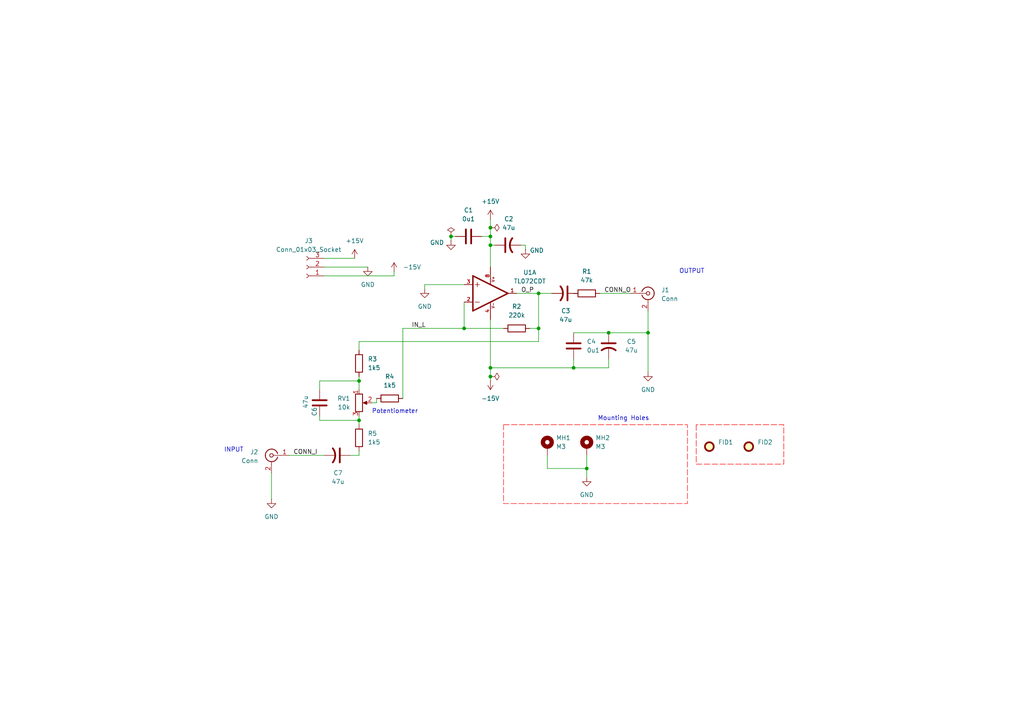
<source format=kicad_sch>
(kicad_sch
	(version 20250114)
	(generator "eeschema")
	(generator_version "9.0")
	(uuid "2e7fc33e-784f-4c71-bdb6-4301e6d0f5a9")
	(paper "A4")
	(title_block
		(title "Turnable Band Pass Filter")
	)
	(lib_symbols
		(symbol "Connector:Conn_01x03_Socket"
			(pin_names
				(offset 1.016)
				(hide yes)
			)
			(exclude_from_sim no)
			(in_bom yes)
			(on_board yes)
			(property "Reference" "J"
				(at 0 5.08 0)
				(effects
					(font
						(size 1.27 1.27)
					)
				)
			)
			(property "Value" "Conn_01x03_Socket"
				(at 0 -5.08 0)
				(effects
					(font
						(size 1.27 1.27)
					)
				)
			)
			(property "Footprint" ""
				(at 0 0 0)
				(effects
					(font
						(size 1.27 1.27)
					)
					(hide yes)
				)
			)
			(property "Datasheet" "~"
				(at 0 0 0)
				(effects
					(font
						(size 1.27 1.27)
					)
					(hide yes)
				)
			)
			(property "Description" "Generic connector, single row, 01x03, script generated"
				(at 0 0 0)
				(effects
					(font
						(size 1.27 1.27)
					)
					(hide yes)
				)
			)
			(property "ki_locked" ""
				(at 0 0 0)
				(effects
					(font
						(size 1.27 1.27)
					)
				)
			)
			(property "ki_keywords" "connector"
				(at 0 0 0)
				(effects
					(font
						(size 1.27 1.27)
					)
					(hide yes)
				)
			)
			(property "ki_fp_filters" "Connector*:*_1x??_*"
				(at 0 0 0)
				(effects
					(font
						(size 1.27 1.27)
					)
					(hide yes)
				)
			)
			(symbol "Conn_01x03_Socket_1_1"
				(polyline
					(pts
						(xy -1.27 2.54) (xy -0.508 2.54)
					)
					(stroke
						(width 0.1524)
						(type default)
					)
					(fill
						(type none)
					)
				)
				(polyline
					(pts
						(xy -1.27 0) (xy -0.508 0)
					)
					(stroke
						(width 0.1524)
						(type default)
					)
					(fill
						(type none)
					)
				)
				(polyline
					(pts
						(xy -1.27 -2.54) (xy -0.508 -2.54)
					)
					(stroke
						(width 0.1524)
						(type default)
					)
					(fill
						(type none)
					)
				)
				(arc
					(start 0 2.032)
					(mid -0.5058 2.54)
					(end 0 3.048)
					(stroke
						(width 0.1524)
						(type default)
					)
					(fill
						(type none)
					)
				)
				(arc
					(start 0 -0.508)
					(mid -0.5058 0)
					(end 0 0.508)
					(stroke
						(width 0.1524)
						(type default)
					)
					(fill
						(type none)
					)
				)
				(arc
					(start 0 -3.048)
					(mid -0.5058 -2.54)
					(end 0 -2.032)
					(stroke
						(width 0.1524)
						(type default)
					)
					(fill
						(type none)
					)
				)
				(pin passive line
					(at -5.08 2.54 0)
					(length 3.81)
					(name "Pin_1"
						(effects
							(font
								(size 1.27 1.27)
							)
						)
					)
					(number "1"
						(effects
							(font
								(size 1.27 1.27)
							)
						)
					)
				)
				(pin passive line
					(at -5.08 0 0)
					(length 3.81)
					(name "Pin_2"
						(effects
							(font
								(size 1.27 1.27)
							)
						)
					)
					(number "2"
						(effects
							(font
								(size 1.27 1.27)
							)
						)
					)
				)
				(pin passive line
					(at -5.08 -2.54 0)
					(length 3.81)
					(name "Pin_3"
						(effects
							(font
								(size 1.27 1.27)
							)
						)
					)
					(number "3"
						(effects
							(font
								(size 1.27 1.27)
							)
						)
					)
				)
			)
			(embedded_fonts no)
		)
		(symbol "Connector:Conn_Coaxial"
			(pin_names
				(offset 1.016)
				(hide yes)
			)
			(exclude_from_sim no)
			(in_bom yes)
			(on_board yes)
			(property "Reference" "J"
				(at 0.254 3.048 0)
				(effects
					(font
						(size 1.27 1.27)
					)
				)
			)
			(property "Value" "Conn_Coaxial"
				(at 2.921 0 90)
				(effects
					(font
						(size 1.27 1.27)
					)
				)
			)
			(property "Footprint" ""
				(at 0 0 0)
				(effects
					(font
						(size 1.27 1.27)
					)
					(hide yes)
				)
			)
			(property "Datasheet" "~"
				(at 0 0 0)
				(effects
					(font
						(size 1.27 1.27)
					)
					(hide yes)
				)
			)
			(property "Description" "coaxial connector (BNC, SMA, SMB, SMC, Cinch/RCA, LEMO, ...)"
				(at 0 0 0)
				(effects
					(font
						(size 1.27 1.27)
					)
					(hide yes)
				)
			)
			(property "ki_keywords" "BNC SMA SMB SMC LEMO coaxial connector CINCH RCA MCX MMCX U.FL UMRF"
				(at 0 0 0)
				(effects
					(font
						(size 1.27 1.27)
					)
					(hide yes)
				)
			)
			(property "ki_fp_filters" "*BNC* *SMA* *SMB* *SMC* *Cinch* *LEMO* *UMRF* *MCX* *U.FL*"
				(at 0 0 0)
				(effects
					(font
						(size 1.27 1.27)
					)
					(hide yes)
				)
			)
			(symbol "Conn_Coaxial_0_1"
				(polyline
					(pts
						(xy -2.54 0) (xy -0.508 0)
					)
					(stroke
						(width 0)
						(type default)
					)
					(fill
						(type none)
					)
				)
				(arc
					(start 1.778 0)
					(mid 0.222 -1.8079)
					(end -1.778 -0.508)
					(stroke
						(width 0.254)
						(type default)
					)
					(fill
						(type none)
					)
				)
				(arc
					(start -1.778 0.508)
					(mid 0.2221 1.8084)
					(end 1.778 0)
					(stroke
						(width 0.254)
						(type default)
					)
					(fill
						(type none)
					)
				)
				(circle
					(center 0 0)
					(radius 0.508)
					(stroke
						(width 0.2032)
						(type default)
					)
					(fill
						(type none)
					)
				)
				(polyline
					(pts
						(xy 0 -2.54) (xy 0 -1.778)
					)
					(stroke
						(width 0)
						(type default)
					)
					(fill
						(type none)
					)
				)
			)
			(symbol "Conn_Coaxial_1_1"
				(pin passive line
					(at -5.08 0 0)
					(length 2.54)
					(name "In"
						(effects
							(font
								(size 1.27 1.27)
							)
						)
					)
					(number "1"
						(effects
							(font
								(size 1.27 1.27)
							)
						)
					)
				)
				(pin passive line
					(at 0 -5.08 90)
					(length 2.54)
					(name "Ext"
						(effects
							(font
								(size 1.27 1.27)
							)
						)
					)
					(number "2"
						(effects
							(font
								(size 1.27 1.27)
							)
						)
					)
				)
			)
			(embedded_fonts no)
		)
		(symbol "Device:C"
			(pin_numbers
				(hide yes)
			)
			(pin_names
				(offset 0.254)
			)
			(exclude_from_sim no)
			(in_bom yes)
			(on_board yes)
			(property "Reference" "C"
				(at 0.635 2.54 0)
				(effects
					(font
						(size 1.27 1.27)
					)
					(justify left)
				)
			)
			(property "Value" "C"
				(at 0.635 -2.54 0)
				(effects
					(font
						(size 1.27 1.27)
					)
					(justify left)
				)
			)
			(property "Footprint" ""
				(at 0.9652 -3.81 0)
				(effects
					(font
						(size 1.27 1.27)
					)
					(hide yes)
				)
			)
			(property "Datasheet" "~"
				(at 0 0 0)
				(effects
					(font
						(size 1.27 1.27)
					)
					(hide yes)
				)
			)
			(property "Description" "Unpolarized capacitor"
				(at 0 0 0)
				(effects
					(font
						(size 1.27 1.27)
					)
					(hide yes)
				)
			)
			(property "ki_keywords" "cap capacitor"
				(at 0 0 0)
				(effects
					(font
						(size 1.27 1.27)
					)
					(hide yes)
				)
			)
			(property "ki_fp_filters" "C_*"
				(at 0 0 0)
				(effects
					(font
						(size 1.27 1.27)
					)
					(hide yes)
				)
			)
			(symbol "C_0_1"
				(polyline
					(pts
						(xy -2.032 0.762) (xy 2.032 0.762)
					)
					(stroke
						(width 0.508)
						(type default)
					)
					(fill
						(type none)
					)
				)
				(polyline
					(pts
						(xy -2.032 -0.762) (xy 2.032 -0.762)
					)
					(stroke
						(width 0.508)
						(type default)
					)
					(fill
						(type none)
					)
				)
			)
			(symbol "C_1_1"
				(pin passive line
					(at 0 3.81 270)
					(length 2.794)
					(name "~"
						(effects
							(font
								(size 1.27 1.27)
							)
						)
					)
					(number "1"
						(effects
							(font
								(size 1.27 1.27)
							)
						)
					)
				)
				(pin passive line
					(at 0 -3.81 90)
					(length 2.794)
					(name "~"
						(effects
							(font
								(size 1.27 1.27)
							)
						)
					)
					(number "2"
						(effects
							(font
								(size 1.27 1.27)
							)
						)
					)
				)
			)
			(embedded_fonts no)
		)
		(symbol "Device:C_US"
			(pin_numbers
				(hide yes)
			)
			(pin_names
				(offset 0.254)
				(hide yes)
			)
			(exclude_from_sim no)
			(in_bom yes)
			(on_board yes)
			(property "Reference" "C"
				(at 0.635 2.54 0)
				(effects
					(font
						(size 1.27 1.27)
					)
					(justify left)
				)
			)
			(property "Value" "C_US"
				(at 0.635 -2.54 0)
				(effects
					(font
						(size 1.27 1.27)
					)
					(justify left)
				)
			)
			(property "Footprint" ""
				(at 0 0 0)
				(effects
					(font
						(size 1.27 1.27)
					)
					(hide yes)
				)
			)
			(property "Datasheet" ""
				(at 0 0 0)
				(effects
					(font
						(size 1.27 1.27)
					)
					(hide yes)
				)
			)
			(property "Description" "capacitor, US symbol"
				(at 0 0 0)
				(effects
					(font
						(size 1.27 1.27)
					)
					(hide yes)
				)
			)
			(property "ki_keywords" "cap capacitor"
				(at 0 0 0)
				(effects
					(font
						(size 1.27 1.27)
					)
					(hide yes)
				)
			)
			(property "ki_fp_filters" "C_*"
				(at 0 0 0)
				(effects
					(font
						(size 1.27 1.27)
					)
					(hide yes)
				)
			)
			(symbol "C_US_0_1"
				(polyline
					(pts
						(xy -2.032 0.762) (xy 2.032 0.762)
					)
					(stroke
						(width 0.508)
						(type default)
					)
					(fill
						(type none)
					)
				)
				(arc
					(start -2.032 -1.27)
					(mid 0 -0.5572)
					(end 2.032 -1.27)
					(stroke
						(width 0.508)
						(type default)
					)
					(fill
						(type none)
					)
				)
			)
			(symbol "C_US_1_1"
				(pin passive line
					(at 0 3.81 270)
					(length 2.794)
					(name "~"
						(effects
							(font
								(size 1.27 1.27)
							)
						)
					)
					(number "1"
						(effects
							(font
								(size 1.27 1.27)
							)
						)
					)
				)
				(pin passive line
					(at 0 -3.81 90)
					(length 3.302)
					(name "~"
						(effects
							(font
								(size 1.27 1.27)
							)
						)
					)
					(number "2"
						(effects
							(font
								(size 1.27 1.27)
							)
						)
					)
				)
			)
			(embedded_fonts no)
		)
		(symbol "Device:R"
			(pin_numbers
				(hide yes)
			)
			(pin_names
				(offset 0)
			)
			(exclude_from_sim no)
			(in_bom yes)
			(on_board yes)
			(property "Reference" "R"
				(at 2.032 0 90)
				(effects
					(font
						(size 1.27 1.27)
					)
				)
			)
			(property "Value" "R"
				(at 0 0 90)
				(effects
					(font
						(size 1.27 1.27)
					)
				)
			)
			(property "Footprint" ""
				(at -1.778 0 90)
				(effects
					(font
						(size 1.27 1.27)
					)
					(hide yes)
				)
			)
			(property "Datasheet" "~"
				(at 0 0 0)
				(effects
					(font
						(size 1.27 1.27)
					)
					(hide yes)
				)
			)
			(property "Description" "Resistor"
				(at 0 0 0)
				(effects
					(font
						(size 1.27 1.27)
					)
					(hide yes)
				)
			)
			(property "ki_keywords" "R res resistor"
				(at 0 0 0)
				(effects
					(font
						(size 1.27 1.27)
					)
					(hide yes)
				)
			)
			(property "ki_fp_filters" "R_*"
				(at 0 0 0)
				(effects
					(font
						(size 1.27 1.27)
					)
					(hide yes)
				)
			)
			(symbol "R_0_1"
				(rectangle
					(start -1.016 -2.54)
					(end 1.016 2.54)
					(stroke
						(width 0.254)
						(type default)
					)
					(fill
						(type none)
					)
				)
			)
			(symbol "R_1_1"
				(pin passive line
					(at 0 3.81 270)
					(length 1.27)
					(name "~"
						(effects
							(font
								(size 1.27 1.27)
							)
						)
					)
					(number "1"
						(effects
							(font
								(size 1.27 1.27)
							)
						)
					)
				)
				(pin passive line
					(at 0 -3.81 90)
					(length 1.27)
					(name "~"
						(effects
							(font
								(size 1.27 1.27)
							)
						)
					)
					(number "2"
						(effects
							(font
								(size 1.27 1.27)
							)
						)
					)
				)
			)
			(embedded_fonts no)
		)
		(symbol "Device:R_Potentiometer"
			(pin_names
				(offset 1.016)
				(hide yes)
			)
			(exclude_from_sim no)
			(in_bom yes)
			(on_board yes)
			(property "Reference" "RV"
				(at -4.445 0 90)
				(effects
					(font
						(size 1.27 1.27)
					)
				)
			)
			(property "Value" "R_Potentiometer"
				(at -2.54 0 90)
				(effects
					(font
						(size 1.27 1.27)
					)
				)
			)
			(property "Footprint" ""
				(at 0 0 0)
				(effects
					(font
						(size 1.27 1.27)
					)
					(hide yes)
				)
			)
			(property "Datasheet" "~"
				(at 0 0 0)
				(effects
					(font
						(size 1.27 1.27)
					)
					(hide yes)
				)
			)
			(property "Description" "Potentiometer"
				(at 0 0 0)
				(effects
					(font
						(size 1.27 1.27)
					)
					(hide yes)
				)
			)
			(property "ki_keywords" "resistor variable"
				(at 0 0 0)
				(effects
					(font
						(size 1.27 1.27)
					)
					(hide yes)
				)
			)
			(property "ki_fp_filters" "Potentiometer*"
				(at 0 0 0)
				(effects
					(font
						(size 1.27 1.27)
					)
					(hide yes)
				)
			)
			(symbol "R_Potentiometer_0_1"
				(rectangle
					(start 1.016 2.54)
					(end -1.016 -2.54)
					(stroke
						(width 0.254)
						(type default)
					)
					(fill
						(type none)
					)
				)
				(polyline
					(pts
						(xy 1.143 0) (xy 2.286 0.508) (xy 2.286 -0.508) (xy 1.143 0)
					)
					(stroke
						(width 0)
						(type default)
					)
					(fill
						(type outline)
					)
				)
				(polyline
					(pts
						(xy 2.54 0) (xy 1.524 0)
					)
					(stroke
						(width 0)
						(type default)
					)
					(fill
						(type none)
					)
				)
			)
			(symbol "R_Potentiometer_1_1"
				(pin passive line
					(at 0 3.81 270)
					(length 1.27)
					(name "1"
						(effects
							(font
								(size 1.27 1.27)
							)
						)
					)
					(number "1"
						(effects
							(font
								(size 1.27 1.27)
							)
						)
					)
				)
				(pin passive line
					(at 0 -3.81 90)
					(length 1.27)
					(name "3"
						(effects
							(font
								(size 1.27 1.27)
							)
						)
					)
					(number "3"
						(effects
							(font
								(size 1.27 1.27)
							)
						)
					)
				)
				(pin passive line
					(at 3.81 0 180)
					(length 1.27)
					(name "2"
						(effects
							(font
								(size 1.27 1.27)
							)
						)
					)
					(number "2"
						(effects
							(font
								(size 1.27 1.27)
							)
						)
					)
				)
			)
			(embedded_fonts no)
		)
		(symbol "Mechanical:Fiducial"
			(exclude_from_sim no)
			(in_bom no)
			(on_board yes)
			(property "Reference" "FID"
				(at 0 5.08 0)
				(effects
					(font
						(size 1.27 1.27)
					)
				)
			)
			(property "Value" "Fiducial"
				(at 0 3.175 0)
				(effects
					(font
						(size 1.27 1.27)
					)
				)
			)
			(property "Footprint" ""
				(at 0 0 0)
				(effects
					(font
						(size 1.27 1.27)
					)
					(hide yes)
				)
			)
			(property "Datasheet" "~"
				(at 0 0 0)
				(effects
					(font
						(size 1.27 1.27)
					)
					(hide yes)
				)
			)
			(property "Description" "Fiducial Marker"
				(at 0 0 0)
				(effects
					(font
						(size 1.27 1.27)
					)
					(hide yes)
				)
			)
			(property "ki_keywords" "fiducial marker"
				(at 0 0 0)
				(effects
					(font
						(size 1.27 1.27)
					)
					(hide yes)
				)
			)
			(property "ki_fp_filters" "Fiducial*"
				(at 0 0 0)
				(effects
					(font
						(size 1.27 1.27)
					)
					(hide yes)
				)
			)
			(symbol "Fiducial_0_1"
				(circle
					(center 0 0)
					(radius 1.27)
					(stroke
						(width 0.508)
						(type default)
					)
					(fill
						(type background)
					)
				)
			)
			(embedded_fonts no)
		)
		(symbol "Mechanical:MountingHole_Pad"
			(pin_numbers
				(hide yes)
			)
			(pin_names
				(offset 1.016)
				(hide yes)
			)
			(exclude_from_sim no)
			(in_bom no)
			(on_board yes)
			(property "Reference" "H"
				(at 0 6.35 0)
				(effects
					(font
						(size 1.27 1.27)
					)
				)
			)
			(property "Value" "MountingHole_Pad"
				(at 0 4.445 0)
				(effects
					(font
						(size 1.27 1.27)
					)
				)
			)
			(property "Footprint" ""
				(at 0 0 0)
				(effects
					(font
						(size 1.27 1.27)
					)
					(hide yes)
				)
			)
			(property "Datasheet" "~"
				(at 0 0 0)
				(effects
					(font
						(size 1.27 1.27)
					)
					(hide yes)
				)
			)
			(property "Description" "Mounting Hole with connection"
				(at 0 0 0)
				(effects
					(font
						(size 1.27 1.27)
					)
					(hide yes)
				)
			)
			(property "ki_keywords" "mounting hole"
				(at 0 0 0)
				(effects
					(font
						(size 1.27 1.27)
					)
					(hide yes)
				)
			)
			(property "ki_fp_filters" "MountingHole*Pad*"
				(at 0 0 0)
				(effects
					(font
						(size 1.27 1.27)
					)
					(hide yes)
				)
			)
			(symbol "MountingHole_Pad_0_1"
				(circle
					(center 0 1.27)
					(radius 1.27)
					(stroke
						(width 1.27)
						(type default)
					)
					(fill
						(type none)
					)
				)
			)
			(symbol "MountingHole_Pad_1_1"
				(pin input line
					(at 0 -2.54 90)
					(length 2.54)
					(name "1"
						(effects
							(font
								(size 1.27 1.27)
							)
						)
					)
					(number "1"
						(effects
							(font
								(size 1.27 1.27)
							)
						)
					)
				)
			)
			(embedded_fonts no)
		)
		(symbol "TL072CDT:TL072CDT"
			(pin_names
				(offset 1.016)
			)
			(exclude_from_sim no)
			(in_bom yes)
			(on_board yes)
			(property "Reference" "U"
				(at 2.54 3.175 0)
				(effects
					(font
						(size 1.27 1.27)
					)
					(justify left bottom)
				)
			)
			(property "Value" "TL072CDT"
				(at 2.54 -5.08 0)
				(effects
					(font
						(size 1.27 1.27)
					)
					(justify left bottom)
				)
			)
			(property "Footprint" "TL072CDT:SOIC127P600X175-8N"
				(at 0 0 0)
				(effects
					(font
						(size 1.27 1.27)
					)
					(justify bottom)
					(hide yes)
				)
			)
			(property "Datasheet" ""
				(at 0 0 0)
				(effects
					(font
						(size 1.27 1.27)
					)
					(hide yes)
				)
			)
			(property "Description" ""
				(at 0 0 0)
				(effects
					(font
						(size 1.27 1.27)
					)
					(hide yes)
				)
			)
			(property "E2_MAX" "0.0"
				(at 0 0 0)
				(effects
					(font
						(size 1.27 1.27)
					)
					(justify bottom)
					(hide yes)
				)
			)
			(property "E1_MIN" "3.9"
				(at 0 0 0)
				(effects
					(font
						(size 1.27 1.27)
					)
					(justify bottom)
					(hide yes)
				)
			)
			(property "B_NOM" "0.38"
				(at 0 0 0)
				(effects
					(font
						(size 1.27 1.27)
					)
					(justify bottom)
					(hide yes)
				)
			)
			(property "EMAX" ""
				(at 0 0 0)
				(effects
					(font
						(size 1.27 1.27)
					)
					(justify bottom)
					(hide yes)
				)
			)
			(property "VACANCIES" ""
				(at 0 0 0)
				(effects
					(font
						(size 1.27 1.27)
					)
					(justify bottom)
					(hide yes)
				)
			)
			(property "PACKAGE_TYPE" ""
				(at 0 0 0)
				(effects
					(font
						(size 1.27 1.27)
					)
					(justify bottom)
					(hide yes)
				)
			)
			(property "L1_MAX" ""
				(at 0 0 0)
				(effects
					(font
						(size 1.27 1.27)
					)
					(justify bottom)
					(hide yes)
				)
			)
			(property "E1_NOM" "3.9"
				(at 0 0 0)
				(effects
					(font
						(size 1.27 1.27)
					)
					(justify bottom)
					(hide yes)
				)
			)
			(property "L1_NOM" ""
				(at 0 0 0)
				(effects
					(font
						(size 1.27 1.27)
					)
					(justify bottom)
					(hide yes)
				)
			)
			(property "B_MIN" "0.28"
				(at 0 0 0)
				(effects
					(font
						(size 1.27 1.27)
					)
					(justify bottom)
					(hide yes)
				)
			)
			(property "SNAPEDA_PACKAGE_ID" ""
				(at 0 0 0)
				(effects
					(font
						(size 1.27 1.27)
					)
					(justify bottom)
					(hide yes)
				)
			)
			(property "L1_MIN" ""
				(at 0 0 0)
				(effects
					(font
						(size 1.27 1.27)
					)
					(justify bottom)
					(hide yes)
				)
			)
			(property "B_MAX" "0.48"
				(at 0 0 0)
				(effects
					(font
						(size 1.27 1.27)
					)
					(justify bottom)
					(hide yes)
				)
			)
			(property "Description_1" "Dual Low-Noise JFET-Input General-Purpose Operational Amplifier 8-SOIC 0 to 70"
				(at 0 0 0)
				(effects
					(font
						(size 1.27 1.27)
					)
					(justify bottom)
					(hide yes)
				)
			)
			(property "EMIN" ""
				(at 0 0 0)
				(effects
					(font
						(size 1.27 1.27)
					)
					(justify bottom)
					(hide yes)
				)
			)
			(property "Price" "None"
				(at 0 0 0)
				(effects
					(font
						(size 1.27 1.27)
					)
					(justify bottom)
					(hide yes)
				)
			)
			(property "D2_MAX" "0.0"
				(at 0 0 0)
				(effects
					(font
						(size 1.27 1.27)
					)
					(justify bottom)
					(hide yes)
				)
			)
			(property "ENOM" "1.27"
				(at 0 0 0)
				(effects
					(font
						(size 1.27 1.27)
					)
					(justify bottom)
					(hide yes)
				)
			)
			(property "D_NOM" "4.9"
				(at 0 0 0)
				(effects
					(font
						(size 1.27 1.27)
					)
					(justify bottom)
					(hide yes)
				)
			)
			(property "D_MAX" "4.9"
				(at 0 0 0)
				(effects
					(font
						(size 1.27 1.27)
					)
					(justify bottom)
					(hide yes)
				)
			)
			(property "L_MAX" "1.27"
				(at 0 0 0)
				(effects
					(font
						(size 1.27 1.27)
					)
					(justify bottom)
					(hide yes)
				)
			)
			(property "A_MAX" "1.75"
				(at 0 0 0)
				(effects
					(font
						(size 1.27 1.27)
					)
					(justify bottom)
					(hide yes)
				)
			)
			(property "D1_MAX" ""
				(at 0 0 0)
				(effects
					(font
						(size 1.27 1.27)
					)
					(justify bottom)
					(hide yes)
				)
			)
			(property "Package" "SOIC-8 Texas Instruments"
				(at 0 0 0)
				(effects
					(font
						(size 1.27 1.27)
					)
					(justify bottom)
					(hide yes)
				)
			)
			(property "D1_NOM" ""
				(at 0 0 0)
				(effects
					(font
						(size 1.27 1.27)
					)
					(justify bottom)
					(hide yes)
				)
			)
			(property "D1_MIN" ""
				(at 0 0 0)
				(effects
					(font
						(size 1.27 1.27)
					)
					(justify bottom)
					(hide yes)
				)
			)
			(property "A_NOM" "1.75"
				(at 0 0 0)
				(effects
					(font
						(size 1.27 1.27)
					)
					(justify bottom)
					(hide yes)
				)
			)
			(property "Check_prices" "https://www.snapeda.com/parts/TL072CD/STMicroelectronics/view-part/?ref=eda"
				(at 0 0 0)
				(effects
					(font
						(size 1.27 1.27)
					)
					(justify bottom)
					(hide yes)
				)
			)
			(property "A_MIN" "1.75"
				(at 0 0 0)
				(effects
					(font
						(size 1.27 1.27)
					)
					(justify bottom)
					(hide yes)
				)
			)
			(property "STANDARD" "IPC 7351B"
				(at 0 0 0)
				(effects
					(font
						(size 1.27 1.27)
					)
					(justify bottom)
					(hide yes)
				)
			)
			(property "PARTREV" "8"
				(at 0 0 0)
				(effects
					(font
						(size 1.27 1.27)
					)
					(justify bottom)
					(hide yes)
				)
			)
			(property "DNOM" ""
				(at 0 0 0)
				(effects
					(font
						(size 1.27 1.27)
					)
					(justify bottom)
					(hide yes)
				)
			)
			(property "SnapEDA_Link" "https://www.snapeda.com/parts/TL072CD/STMicroelectronics/view-part/?ref=snap"
				(at 0 0 0)
				(effects
					(font
						(size 1.27 1.27)
					)
					(justify bottom)
					(hide yes)
				)
			)
			(property "DMIN" ""
				(at 0 0 0)
				(effects
					(font
						(size 1.27 1.27)
					)
					(justify bottom)
					(hide yes)
				)
			)
			(property "E_NOM" "6.0"
				(at 0 0 0)
				(effects
					(font
						(size 1.27 1.27)
					)
					(justify bottom)
					(hide yes)
				)
			)
			(property "DMAX" ""
				(at 0 0 0)
				(effects
					(font
						(size 1.27 1.27)
					)
					(justify bottom)
					(hide yes)
				)
			)
			(property "PIN_COUNT" "8.0"
				(at 0 0 0)
				(effects
					(font
						(size 1.27 1.27)
					)
					(justify bottom)
					(hide yes)
				)
			)
			(property "L_NOM" "0.835"
				(at 0 0 0)
				(effects
					(font
						(size 1.27 1.27)
					)
					(justify bottom)
					(hide yes)
				)
			)
			(property "MANUFACTURER" "ST Microelectronics"
				(at 0 0 0)
				(effects
					(font
						(size 1.27 1.27)
					)
					(justify bottom)
					(hide yes)
				)
			)
			(property "MF" "STMicroelectronics"
				(at 0 0 0)
				(effects
					(font
						(size 1.27 1.27)
					)
					(justify bottom)
					(hide yes)
				)
			)
			(property "A1_MIN" "0.1"
				(at 0 0 0)
				(effects
					(font
						(size 1.27 1.27)
					)
					(justify bottom)
					(hide yes)
				)
			)
			(property "E1_MAX" "3.9"
				(at 0 0 0)
				(effects
					(font
						(size 1.27 1.27)
					)
					(justify bottom)
					(hide yes)
				)
			)
			(property "E_MIN" "5.8"
				(at 0 0 0)
				(effects
					(font
						(size 1.27 1.27)
					)
					(justify bottom)
					(hide yes)
				)
			)
			(property "D_MIN" "4.9"
				(at 0 0 0)
				(effects
					(font
						(size 1.27 1.27)
					)
					(justify bottom)
					(hide yes)
				)
			)
			(property "MP" "TL072CD"
				(at 0 0 0)
				(effects
					(font
						(size 1.27 1.27)
					)
					(justify bottom)
					(hide yes)
				)
			)
			(property "PINS" ""
				(at 0 0 0)
				(effects
					(font
						(size 1.27 1.27)
					)
					(justify bottom)
					(hide yes)
				)
			)
			(property "L_MIN" "0.4"
				(at 0 0 0)
				(effects
					(font
						(size 1.27 1.27)
					)
					(justify bottom)
					(hide yes)
				)
			)
			(property "Availability" "In Stock"
				(at 0 0 0)
				(effects
					(font
						(size 1.27 1.27)
					)
					(justify bottom)
					(hide yes)
				)
			)
			(property "E_MAX" "6.2"
				(at 0 0 0)
				(effects
					(font
						(size 1.27 1.27)
					)
					(justify bottom)
					(hide yes)
				)
			)
			(symbol "TL072CDT_1_0"
				(polyline
					(pts
						(xy -5.08 5.08) (xy -5.08 -5.08)
					)
					(stroke
						(width 0.4064)
						(type default)
					)
					(fill
						(type none)
					)
				)
				(polyline
					(pts
						(xy -5.08 -5.08) (xy 5.08 0)
					)
					(stroke
						(width 0.4064)
						(type default)
					)
					(fill
						(type none)
					)
				)
				(polyline
					(pts
						(xy -4.445 2.54) (xy -3.175 2.54)
					)
					(stroke
						(width 0.1524)
						(type default)
					)
					(fill
						(type none)
					)
				)
				(polyline
					(pts
						(xy -4.445 -2.54) (xy -3.175 -2.54)
					)
					(stroke
						(width 0.1524)
						(type default)
					)
					(fill
						(type none)
					)
				)
				(polyline
					(pts
						(xy -3.81 3.175) (xy -3.81 1.905)
					)
					(stroke
						(width 0.1524)
						(type default)
					)
					(fill
						(type none)
					)
				)
				(polyline
					(pts
						(xy 5.08 0) (xy -5.08 5.08)
					)
					(stroke
						(width 0.4064)
						(type default)
					)
					(fill
						(type none)
					)
				)
				(text "V+"
					(at 1.27 3.175 900)
					(effects
						(font
							(size 0.8128 0.8128)
						)
						(justify left bottom)
					)
				)
				(text "V-"
					(at 1.27 -4.445 900)
					(effects
						(font
							(size 0.8128 0.8128)
						)
						(justify left bottom)
					)
				)
				(pin input line
					(at -7.62 2.54 0)
					(length 2.54)
					(name "~"
						(effects
							(font
								(size 1.016 1.016)
							)
						)
					)
					(number "3"
						(effects
							(font
								(size 1.016 1.016)
							)
						)
					)
				)
				(pin input line
					(at -7.62 -2.54 0)
					(length 2.54)
					(name "~"
						(effects
							(font
								(size 1.016 1.016)
							)
						)
					)
					(number "2"
						(effects
							(font
								(size 1.016 1.016)
							)
						)
					)
				)
				(pin power_in line
					(at 0 7.62 270)
					(length 5.08)
					(name "~"
						(effects
							(font
								(size 1.016 1.016)
							)
						)
					)
					(number "8"
						(effects
							(font
								(size 1.016 1.016)
							)
						)
					)
				)
				(pin power_in line
					(at 0 -7.62 90)
					(length 5.08)
					(name "~"
						(effects
							(font
								(size 1.016 1.016)
							)
						)
					)
					(number "4"
						(effects
							(font
								(size 1.016 1.016)
							)
						)
					)
				)
				(pin output line
					(at 7.62 0 180)
					(length 2.54)
					(name "~"
						(effects
							(font
								(size 1.016 1.016)
							)
						)
					)
					(number "1"
						(effects
							(font
								(size 1.016 1.016)
							)
						)
					)
				)
			)
			(symbol "TL072CDT_2_0"
				(polyline
					(pts
						(xy -5.08 5.08) (xy -5.08 -5.08)
					)
					(stroke
						(width 0.4064)
						(type default)
					)
					(fill
						(type none)
					)
				)
				(polyline
					(pts
						(xy -5.08 -5.08) (xy 5.08 0)
					)
					(stroke
						(width 0.4064)
						(type default)
					)
					(fill
						(type none)
					)
				)
				(polyline
					(pts
						(xy -4.445 2.54) (xy -3.175 2.54)
					)
					(stroke
						(width 0.1524)
						(type default)
					)
					(fill
						(type none)
					)
				)
				(polyline
					(pts
						(xy -4.445 -2.54) (xy -3.175 -2.54)
					)
					(stroke
						(width 0.1524)
						(type default)
					)
					(fill
						(type none)
					)
				)
				(polyline
					(pts
						(xy -3.81 3.175) (xy -3.81 1.905)
					)
					(stroke
						(width 0.1524)
						(type default)
					)
					(fill
						(type none)
					)
				)
				(polyline
					(pts
						(xy 5.08 0) (xy -5.08 5.08)
					)
					(stroke
						(width 0.4064)
						(type default)
					)
					(fill
						(type none)
					)
				)
				(pin input line
					(at -7.62 2.54 0)
					(length 2.54)
					(name "~"
						(effects
							(font
								(size 1.016 1.016)
							)
						)
					)
					(number "5"
						(effects
							(font
								(size 1.016 1.016)
							)
						)
					)
				)
				(pin input line
					(at -7.62 -2.54 0)
					(length 2.54)
					(name "~"
						(effects
							(font
								(size 1.016 1.016)
							)
						)
					)
					(number "6"
						(effects
							(font
								(size 1.016 1.016)
							)
						)
					)
				)
				(pin output line
					(at 7.62 0 180)
					(length 2.54)
					(name "~"
						(effects
							(font
								(size 1.016 1.016)
							)
						)
					)
					(number "7"
						(effects
							(font
								(size 1.016 1.016)
							)
						)
					)
				)
			)
			(embedded_fonts no)
		)
		(symbol "power:+15V"
			(power)
			(pin_numbers
				(hide yes)
			)
			(pin_names
				(offset 0)
				(hide yes)
			)
			(exclude_from_sim no)
			(in_bom yes)
			(on_board yes)
			(property "Reference" "#PWR"
				(at 0 -3.81 0)
				(effects
					(font
						(size 1.27 1.27)
					)
					(hide yes)
				)
			)
			(property "Value" "+15V"
				(at 0 3.556 0)
				(effects
					(font
						(size 1.27 1.27)
					)
				)
			)
			(property "Footprint" ""
				(at 0 0 0)
				(effects
					(font
						(size 1.27 1.27)
					)
					(hide yes)
				)
			)
			(property "Datasheet" ""
				(at 0 0 0)
				(effects
					(font
						(size 1.27 1.27)
					)
					(hide yes)
				)
			)
			(property "Description" "Power symbol creates a global label with name \"+15V\""
				(at 0 0 0)
				(effects
					(font
						(size 1.27 1.27)
					)
					(hide yes)
				)
			)
			(property "ki_keywords" "global power"
				(at 0 0 0)
				(effects
					(font
						(size 1.27 1.27)
					)
					(hide yes)
				)
			)
			(symbol "+15V_0_1"
				(polyline
					(pts
						(xy -0.762 1.27) (xy 0 2.54)
					)
					(stroke
						(width 0)
						(type default)
					)
					(fill
						(type none)
					)
				)
				(polyline
					(pts
						(xy 0 2.54) (xy 0.762 1.27)
					)
					(stroke
						(width 0)
						(type default)
					)
					(fill
						(type none)
					)
				)
				(polyline
					(pts
						(xy 0 0) (xy 0 2.54)
					)
					(stroke
						(width 0)
						(type default)
					)
					(fill
						(type none)
					)
				)
			)
			(symbol "+15V_1_1"
				(pin power_in line
					(at 0 0 90)
					(length 0)
					(name "~"
						(effects
							(font
								(size 1.27 1.27)
							)
						)
					)
					(number "1"
						(effects
							(font
								(size 1.27 1.27)
							)
						)
					)
				)
			)
			(embedded_fonts no)
		)
		(symbol "power:GND"
			(power)
			(pin_numbers
				(hide yes)
			)
			(pin_names
				(offset 0)
				(hide yes)
			)
			(exclude_from_sim no)
			(in_bom yes)
			(on_board yes)
			(property "Reference" "#PWR"
				(at 0 -6.35 0)
				(effects
					(font
						(size 1.27 1.27)
					)
					(hide yes)
				)
			)
			(property "Value" "GND"
				(at 0 -3.81 0)
				(effects
					(font
						(size 1.27 1.27)
					)
				)
			)
			(property "Footprint" ""
				(at 0 0 0)
				(effects
					(font
						(size 1.27 1.27)
					)
					(hide yes)
				)
			)
			(property "Datasheet" ""
				(at 0 0 0)
				(effects
					(font
						(size 1.27 1.27)
					)
					(hide yes)
				)
			)
			(property "Description" "Power symbol creates a global label with name \"GND\" , ground"
				(at 0 0 0)
				(effects
					(font
						(size 1.27 1.27)
					)
					(hide yes)
				)
			)
			(property "ki_keywords" "global power"
				(at 0 0 0)
				(effects
					(font
						(size 1.27 1.27)
					)
					(hide yes)
				)
			)
			(symbol "GND_0_1"
				(polyline
					(pts
						(xy 0 0) (xy 0 -1.27) (xy 1.27 -1.27) (xy 0 -2.54) (xy -1.27 -1.27) (xy 0 -1.27)
					)
					(stroke
						(width 0)
						(type default)
					)
					(fill
						(type none)
					)
				)
			)
			(symbol "GND_1_1"
				(pin power_in line
					(at 0 0 270)
					(length 0)
					(name "~"
						(effects
							(font
								(size 1.27 1.27)
							)
						)
					)
					(number "1"
						(effects
							(font
								(size 1.27 1.27)
							)
						)
					)
				)
			)
			(embedded_fonts no)
		)
		(symbol "power:PWR_FLAG"
			(power)
			(pin_numbers
				(hide yes)
			)
			(pin_names
				(offset 0)
				(hide yes)
			)
			(exclude_from_sim no)
			(in_bom yes)
			(on_board yes)
			(property "Reference" "#FLG"
				(at 0 1.905 0)
				(effects
					(font
						(size 1.27 1.27)
					)
					(hide yes)
				)
			)
			(property "Value" "PWR_FLAG"
				(at 0 3.81 0)
				(effects
					(font
						(size 1.27 1.27)
					)
				)
			)
			(property "Footprint" ""
				(at 0 0 0)
				(effects
					(font
						(size 1.27 1.27)
					)
					(hide yes)
				)
			)
			(property "Datasheet" "~"
				(at 0 0 0)
				(effects
					(font
						(size 1.27 1.27)
					)
					(hide yes)
				)
			)
			(property "Description" "Special symbol for telling ERC where power comes from"
				(at 0 0 0)
				(effects
					(font
						(size 1.27 1.27)
					)
					(hide yes)
				)
			)
			(property "ki_keywords" "flag power"
				(at 0 0 0)
				(effects
					(font
						(size 1.27 1.27)
					)
					(hide yes)
				)
			)
			(symbol "PWR_FLAG_0_0"
				(pin power_out line
					(at 0 0 90)
					(length 0)
					(name "~"
						(effects
							(font
								(size 1.27 1.27)
							)
						)
					)
					(number "1"
						(effects
							(font
								(size 1.27 1.27)
							)
						)
					)
				)
			)
			(symbol "PWR_FLAG_0_1"
				(polyline
					(pts
						(xy 0 0) (xy 0 1.27) (xy -1.016 1.905) (xy 0 2.54) (xy 1.016 1.905) (xy 0 1.27)
					)
					(stroke
						(width 0)
						(type default)
					)
					(fill
						(type none)
					)
				)
			)
			(embedded_fonts no)
		)
	)
	(text "Potentiometer\n"
		(exclude_from_sim no)
		(at 114.554 119.38 0)
		(effects
			(font
				(size 1.27 1.27)
			)
		)
		(uuid "2402158f-05e6-472d-95b3-01565f6a7bc9")
	)
	(text "INPUT"
		(exclude_from_sim no)
		(at 67.818 130.556 0)
		(effects
			(font
				(size 1.27 1.27)
			)
		)
		(uuid "3b70b7e8-7aa1-450d-a7fa-48769a7eb05f")
	)
	(text "Mounting Holes\n"
		(exclude_from_sim no)
		(at 180.848 121.412 0)
		(effects
			(font
				(size 1.27 1.27)
			)
		)
		(uuid "be48c84b-040f-4d06-99fb-edb380c79046")
	)
	(text "OUTPUT\n"
		(exclude_from_sim no)
		(at 200.66 78.74 0)
		(effects
			(font
				(size 1.27 1.27)
			)
		)
		(uuid "ead24583-98bd-424e-a080-995340f7cbc5")
	)
	(junction
		(at 142.24 106.68)
		(diameter 0)
		(color 0 0 0 0)
		(uuid "06ca0333-3632-47a7-bea9-63832be31734")
	)
	(junction
		(at 104.14 121.92)
		(diameter 0)
		(color 0 0 0 0)
		(uuid "2ced1055-140a-4610-9530-6504c672f2ee")
	)
	(junction
		(at 156.21 85.09)
		(diameter 0)
		(color 0 0 0 0)
		(uuid "38764dd2-fbe2-4d6e-a48b-7c5b52b06659")
	)
	(junction
		(at 130.81 68.58)
		(diameter 0)
		(color 0 0 0 0)
		(uuid "3e54c59f-e9b7-4dae-bf09-b55fa503fde1")
	)
	(junction
		(at 142.24 71.12)
		(diameter 0)
		(color 0 0 0 0)
		(uuid "56f403dc-8b4c-4e09-98c1-367336ee8778")
	)
	(junction
		(at 134.62 95.25)
		(diameter 0)
		(color 0 0 0 0)
		(uuid "64fee9e4-3a22-4c17-b56b-f2dcee410c7f")
	)
	(junction
		(at 142.24 66.04)
		(diameter 0)
		(color 0 0 0 0)
		(uuid "6b2ac1a3-ee21-4ae1-b2b2-b196688f5e7c")
	)
	(junction
		(at 187.96 96.52)
		(diameter 0)
		(color 0 0 0 0)
		(uuid "6e9fb6e6-0c24-4ffe-8888-95c01bb606d1")
	)
	(junction
		(at 176.53 96.52)
		(diameter 0)
		(color 0 0 0 0)
		(uuid "760c630b-b8d7-46ab-b550-5afc6bad2723")
	)
	(junction
		(at 170.18 135.89)
		(diameter 0)
		(color 0 0 0 0)
		(uuid "8236e30d-f6d2-48c8-9ee0-c3052222ce78")
	)
	(junction
		(at 142.24 109.22)
		(diameter 0)
		(color 0 0 0 0)
		(uuid "dd3a9a18-027b-44dc-a38f-21e847aba064")
	)
	(junction
		(at 156.21 95.25)
		(diameter 0)
		(color 0 0 0 0)
		(uuid "dde485d1-d476-4d09-b08e-f7fb239b7f8a")
	)
	(junction
		(at 142.24 68.58)
		(diameter 0)
		(color 0 0 0 0)
		(uuid "e187c086-f6ce-45a1-92f6-49a29ade6f37")
	)
	(junction
		(at 104.14 110.49)
		(diameter 0)
		(color 0 0 0 0)
		(uuid "e606819b-514f-4ded-8df2-cded4617113e")
	)
	(junction
		(at 166.37 106.68)
		(diameter 0)
		(color 0 0 0 0)
		(uuid "ed7eed87-f890-49c6-a957-757debe5dbd6")
	)
	(wire
		(pts
			(xy 156.21 99.06) (xy 104.14 99.06)
		)
		(stroke
			(width 0)
			(type default)
		)
		(uuid "012591c3-ddbb-41ab-8286-630d2852d7eb")
	)
	(wire
		(pts
			(xy 104.14 110.49) (xy 104.14 113.03)
		)
		(stroke
			(width 0)
			(type default)
		)
		(uuid "025f1952-338a-43e8-a6f7-2035e4d6ff5b")
	)
	(wire
		(pts
			(xy 92.71 120.65) (xy 92.71 121.92)
		)
		(stroke
			(width 0)
			(type default)
		)
		(uuid "067ee2ab-8f08-46df-a0e7-b7d51cf4d214")
	)
	(wire
		(pts
			(xy 146.05 95.25) (xy 134.62 95.25)
		)
		(stroke
			(width 0)
			(type default)
		)
		(uuid "0fe4a8e0-7718-4c87-a10e-671919e52ffc")
	)
	(wire
		(pts
			(xy 187.96 90.17) (xy 187.96 96.52)
		)
		(stroke
			(width 0)
			(type default)
		)
		(uuid "1146f0b5-95bf-4378-8285-490c8140b2a3")
	)
	(wire
		(pts
			(xy 142.24 66.04) (xy 142.24 68.58)
		)
		(stroke
			(width 0)
			(type default)
		)
		(uuid "1ad4dad4-5467-47b2-9f60-3d527e96b8a1")
	)
	(wire
		(pts
			(xy 142.24 68.58) (xy 142.24 71.12)
		)
		(stroke
			(width 0)
			(type default)
		)
		(uuid "1c755bdd-6732-440d-8a02-43e49ed2d67f")
	)
	(wire
		(pts
			(xy 153.67 95.25) (xy 156.21 95.25)
		)
		(stroke
			(width 0)
			(type default)
		)
		(uuid "219ae097-26fe-4797-be4b-68cd03f3c57f")
	)
	(wire
		(pts
			(xy 104.14 130.81) (xy 104.14 132.08)
		)
		(stroke
			(width 0)
			(type default)
		)
		(uuid "24e933ef-3cb8-424c-9add-b612b5c68102")
	)
	(wire
		(pts
			(xy 176.53 106.68) (xy 166.37 106.68)
		)
		(stroke
			(width 0)
			(type default)
		)
		(uuid "31ebca56-a61a-4c82-88b0-1b9e4e250829")
	)
	(wire
		(pts
			(xy 167.64 85.09) (xy 166.37 85.09)
		)
		(stroke
			(width 0)
			(type default)
		)
		(uuid "3f6a2bc6-f7e4-4b2a-80a1-a1f9ed178b75")
	)
	(wire
		(pts
			(xy 156.21 85.09) (xy 160.02 85.09)
		)
		(stroke
			(width 0)
			(type default)
		)
		(uuid "40a90d2c-d3bb-47ec-ac1f-30ba49d4c810")
	)
	(wire
		(pts
			(xy 142.24 106.68) (xy 142.24 109.22)
		)
		(stroke
			(width 0)
			(type default)
		)
		(uuid "47fc4562-f31c-49af-9b73-d187bc56e5da")
	)
	(wire
		(pts
			(xy 92.71 121.92) (xy 104.14 121.92)
		)
		(stroke
			(width 0)
			(type default)
		)
		(uuid "5531c355-5db6-412e-b6f0-4a159e5f740d")
	)
	(wire
		(pts
			(xy 83.82 132.08) (xy 93.98 132.08)
		)
		(stroke
			(width 0)
			(type default)
		)
		(uuid "5b13a9c4-e124-4eee-bf76-1047ab813e64")
	)
	(wire
		(pts
			(xy 93.98 77.47) (xy 106.68 77.47)
		)
		(stroke
			(width 0)
			(type default)
		)
		(uuid "5bd25136-5b74-4bdd-8a45-6e320e7401bd")
	)
	(wire
		(pts
			(xy 170.18 132.08) (xy 170.18 135.89)
		)
		(stroke
			(width 0)
			(type default)
		)
		(uuid "5f3b70ed-a1de-4d03-8818-94eb1607959b")
	)
	(wire
		(pts
			(xy 116.84 95.25) (xy 134.62 95.25)
		)
		(stroke
			(width 0)
			(type default)
		)
		(uuid "63a1645c-8efa-453f-bdcb-2d7cad0ac556")
	)
	(wire
		(pts
			(xy 93.98 80.01) (xy 114.3 80.01)
		)
		(stroke
			(width 0)
			(type default)
		)
		(uuid "69b4adf5-e855-4fae-a204-49af7a333d05")
	)
	(wire
		(pts
			(xy 123.19 82.55) (xy 134.62 82.55)
		)
		(stroke
			(width 0)
			(type default)
		)
		(uuid "719801b8-10ab-4898-9f12-60aac970a49b")
	)
	(wire
		(pts
			(xy 114.3 78.74) (xy 114.3 80.01)
		)
		(stroke
			(width 0)
			(type default)
		)
		(uuid "743bc169-a2e1-4bb5-accd-06a85f62ae19")
	)
	(wire
		(pts
			(xy 187.96 96.52) (xy 187.96 107.95)
		)
		(stroke
			(width 0)
			(type default)
		)
		(uuid "86311dd7-8bf9-4f32-82f6-73a03c1fe120")
	)
	(wire
		(pts
			(xy 158.75 135.89) (xy 170.18 135.89)
		)
		(stroke
			(width 0)
			(type default)
		)
		(uuid "8a5b164f-c288-4dbc-9429-eb749feae652")
	)
	(wire
		(pts
			(xy 142.24 92.71) (xy 142.24 106.68)
		)
		(stroke
			(width 0)
			(type default)
		)
		(uuid "8ab6c376-ae82-45de-8b4c-08d5531cbc72")
	)
	(wire
		(pts
			(xy 78.74 137.16) (xy 78.74 144.78)
		)
		(stroke
			(width 0)
			(type default)
		)
		(uuid "8b15f090-3fea-4ba0-a8c9-0ba5446a6a70")
	)
	(wire
		(pts
			(xy 149.86 85.09) (xy 156.21 85.09)
		)
		(stroke
			(width 0)
			(type default)
		)
		(uuid "90289996-065e-443c-9215-a46ab31a1fd0")
	)
	(wire
		(pts
			(xy 101.6 132.08) (xy 104.14 132.08)
		)
		(stroke
			(width 0)
			(type default)
		)
		(uuid "94512785-05a6-48d6-8574-f5c98968686d")
	)
	(wire
		(pts
			(xy 176.53 104.14) (xy 176.53 106.68)
		)
		(stroke
			(width 0)
			(type default)
		)
		(uuid "974b0c2e-d822-4c27-bc3a-4f2ab5e4b9d6")
	)
	(wire
		(pts
			(xy 107.95 116.84) (xy 109.22 116.84)
		)
		(stroke
			(width 0)
			(type default)
		)
		(uuid "9986ed40-2c0f-48ce-9e9e-507059c5a072")
	)
	(wire
		(pts
			(xy 151.13 71.12) (xy 152.4 71.12)
		)
		(stroke
			(width 0)
			(type default)
		)
		(uuid "9e2ab02b-8676-494d-ba37-109315d321b4")
	)
	(wire
		(pts
			(xy 132.08 68.58) (xy 130.81 68.58)
		)
		(stroke
			(width 0)
			(type default)
		)
		(uuid "a28f6885-8e43-4880-876c-8b6d675f4059")
	)
	(wire
		(pts
			(xy 158.75 132.08) (xy 158.75 135.89)
		)
		(stroke
			(width 0)
			(type default)
		)
		(uuid "a74e326f-93e4-4205-a71d-6097dc0fb882")
	)
	(wire
		(pts
			(xy 109.22 116.84) (xy 109.22 115.57)
		)
		(stroke
			(width 0)
			(type default)
		)
		(uuid "a7613edd-9c71-45c7-9f61-c50670a4f428")
	)
	(wire
		(pts
			(xy 142.24 63.5) (xy 142.24 66.04)
		)
		(stroke
			(width 0)
			(type default)
		)
		(uuid "a7cec749-8236-4711-801c-f845277a82f4")
	)
	(wire
		(pts
			(xy 166.37 106.68) (xy 142.24 106.68)
		)
		(stroke
			(width 0)
			(type default)
		)
		(uuid "a955136f-31a0-4011-b405-204aefaf0bf4")
	)
	(wire
		(pts
			(xy 152.4 71.12) (xy 152.4 72.39)
		)
		(stroke
			(width 0)
			(type default)
		)
		(uuid "ac61af94-61ba-4bef-9dd0-aa23cf17bc32")
	)
	(wire
		(pts
			(xy 173.99 85.09) (xy 182.88 85.09)
		)
		(stroke
			(width 0)
			(type default)
		)
		(uuid "af53bcb4-709f-4970-963d-f3a0a8a2d861")
	)
	(wire
		(pts
			(xy 104.14 121.92) (xy 104.14 123.19)
		)
		(stroke
			(width 0)
			(type default)
		)
		(uuid "afe1596a-0970-4309-bc38-52f423f0324d")
	)
	(wire
		(pts
			(xy 130.81 68.58) (xy 130.81 69.85)
		)
		(stroke
			(width 0)
			(type default)
		)
		(uuid "b1cb1c34-06a3-43d0-b884-57da27a9e1a0")
	)
	(wire
		(pts
			(xy 104.14 120.65) (xy 104.14 121.92)
		)
		(stroke
			(width 0)
			(type default)
		)
		(uuid "b3fbef96-de82-4ed5-b9ab-0c4a883fa0e0")
	)
	(wire
		(pts
			(xy 116.84 95.25) (xy 116.84 115.57)
		)
		(stroke
			(width 0)
			(type default)
		)
		(uuid "b968bd33-174f-403d-8fb1-8935257beca6")
	)
	(wire
		(pts
			(xy 142.24 71.12) (xy 142.24 77.47)
		)
		(stroke
			(width 0)
			(type default)
		)
		(uuid "ba52c1cd-6a9a-440c-a4de-5f33567fa58a")
	)
	(wire
		(pts
			(xy 104.14 109.22) (xy 104.14 110.49)
		)
		(stroke
			(width 0)
			(type default)
		)
		(uuid "bcd53fd8-dbcb-4927-a3be-10cf353e6414")
	)
	(wire
		(pts
			(xy 142.24 71.12) (xy 143.51 71.12)
		)
		(stroke
			(width 0)
			(type default)
		)
		(uuid "cbd1ef8b-f7d0-4c5b-9c0d-50952562c47b")
	)
	(wire
		(pts
			(xy 104.14 99.06) (xy 104.14 101.6)
		)
		(stroke
			(width 0)
			(type default)
		)
		(uuid "cc468dac-f5f1-4c8e-9636-ca03293af34a")
	)
	(wire
		(pts
			(xy 156.21 95.25) (xy 156.21 99.06)
		)
		(stroke
			(width 0)
			(type default)
		)
		(uuid "d242f758-c7ea-454c-9a67-cc9b5e68199e")
	)
	(wire
		(pts
			(xy 166.37 104.14) (xy 166.37 106.68)
		)
		(stroke
			(width 0)
			(type default)
		)
		(uuid "d7cf1296-2aec-441f-9b11-f18b6b79ff6d")
	)
	(wire
		(pts
			(xy 92.71 110.49) (xy 104.14 110.49)
		)
		(stroke
			(width 0)
			(type default)
		)
		(uuid "dfae62a1-18a9-4255-8f45-15a4fd2281c3")
	)
	(wire
		(pts
			(xy 176.53 96.52) (xy 187.96 96.52)
		)
		(stroke
			(width 0)
			(type default)
		)
		(uuid "e22d9294-ecd0-481b-9e94-9b685493bc66")
	)
	(wire
		(pts
			(xy 93.98 74.93) (xy 102.87 74.93)
		)
		(stroke
			(width 0)
			(type default)
		)
		(uuid "e2bd09e5-9d9f-495e-9a42-701221a3d8e7")
	)
	(wire
		(pts
			(xy 156.21 95.25) (xy 156.21 85.09)
		)
		(stroke
			(width 0)
			(type default)
		)
		(uuid "e598c30c-f7a6-4eb8-aae5-dbbc65ea7a6d")
	)
	(wire
		(pts
			(xy 123.19 83.82) (xy 123.19 82.55)
		)
		(stroke
			(width 0)
			(type default)
		)
		(uuid "e6e7e2d9-8187-49c5-86d5-f175bf79c019")
	)
	(wire
		(pts
			(xy 170.18 135.89) (xy 170.18 138.43)
		)
		(stroke
			(width 0)
			(type default)
		)
		(uuid "ed057795-ed50-46ca-9afd-7363721e18a9")
	)
	(wire
		(pts
			(xy 166.37 96.52) (xy 176.53 96.52)
		)
		(stroke
			(width 0)
			(type default)
		)
		(uuid "ee23e97e-673e-4061-9646-11be451dca9b")
	)
	(wire
		(pts
			(xy 92.71 113.03) (xy 92.71 110.49)
		)
		(stroke
			(width 0)
			(type default)
		)
		(uuid "f31d8bc4-adfe-4155-9da2-c017b57c35be")
	)
	(wire
		(pts
			(xy 142.24 109.22) (xy 142.24 110.49)
		)
		(stroke
			(width 0)
			(type default)
		)
		(uuid "f625669d-4e88-49e7-ad1b-004cb3e4c055")
	)
	(wire
		(pts
			(xy 139.7 68.58) (xy 142.24 68.58)
		)
		(stroke
			(width 0)
			(type default)
		)
		(uuid "fae48930-0be3-44bb-9ef6-07fbc64d92f1")
	)
	(wire
		(pts
			(xy 134.62 95.25) (xy 134.62 87.63)
		)
		(stroke
			(width 0)
			(type default)
		)
		(uuid "ff46aa44-0cfd-48f4-8a6e-0a36eea77f01")
	)
	(label "O_P"
		(at 151.13 85.09 0)
		(effects
			(font
				(size 1.27 1.27)
			)
			(justify left bottom)
		)
		(uuid "26628f04-543e-45e7-b6aa-b286ce1fdf16")
	)
	(label "IN_L"
		(at 119.38 95.25 0)
		(effects
			(font
				(size 1.27 1.27)
			)
			(justify left bottom)
		)
		(uuid "d83270a8-743b-410e-9b8a-8b41c66f4cc5")
	)
	(label "CONN_I"
		(at 85.09 132.08 0)
		(effects
			(font
				(size 1.27 1.27)
			)
			(justify left bottom)
		)
		(uuid "e876411f-9154-4e9c-8ad5-680266a4cdfc")
	)
	(label "CONN_O"
		(at 175.26 85.09 0)
		(effects
			(font
				(size 1.27 1.27)
			)
			(justify left bottom)
		)
		(uuid "f0227663-3f2f-4a3f-bb2a-a2ef048cd290")
	)
	(rule_area
		(polyline
			(pts
				(xy 201.93 123.19) (xy 201.93 134.62) (xy 227.33 134.62) (xy 227.33 123.19)
			)
			(stroke
				(width 0)
				(type dash)
			)
			(fill
				(type none)
			)
			(uuid 70bb867f-1402-4e84-9971-3e0190a23ffb)
		)
	)
	(rule_area
		(polyline
			(pts
				(xy 146.05 123.19) (xy 199.39 123.19) (xy 199.39 146.05) (xy 146.05 146.05)
			)
			(stroke
				(width 0)
				(type dash)
			)
			(fill
				(type none)
			)
			(uuid 9f0b145c-251d-4d6f-84bf-3912a235d2ef)
		)
	)
	(symbol
		(lib_id "power:+15V")
		(at 114.3 78.74 0)
		(unit 1)
		(exclude_from_sim no)
		(in_bom yes)
		(on_board yes)
		(dnp no)
		(fields_autoplaced yes)
		(uuid "00537a1e-e90c-4295-8555-eb4947e12411")
		(property "Reference" "#PWR010"
			(at 114.3 82.55 0)
			(effects
				(font
					(size 1.27 1.27)
				)
				(hide yes)
			)
		)
		(property "Value" "-15V"
			(at 116.84 77.4699 0)
			(effects
				(font
					(size 1.27 1.27)
				)
				(justify left)
			)
		)
		(property "Footprint" ""
			(at 114.3 78.74 0)
			(effects
				(font
					(size 1.27 1.27)
				)
				(hide yes)
			)
		)
		(property "Datasheet" ""
			(at 114.3 78.74 0)
			(effects
				(font
					(size 1.27 1.27)
				)
				(hide yes)
			)
		)
		(property "Description" "Power symbol creates a global label with name \"+15V\""
			(at 114.3 78.74 0)
			(effects
				(font
					(size 1.27 1.27)
				)
				(hide yes)
			)
		)
		(pin "1"
			(uuid "7c03f824-972e-4319-bf62-e0923a5bd558")
		)
		(instances
			(project "Turnable_Band_Pass_Filter"
				(path "/2e7fc33e-784f-4c71-bdb6-4301e6d0f5a9"
					(reference "#PWR010")
					(unit 1)
				)
			)
		)
	)
	(symbol
		(lib_id "Device:R")
		(at 113.03 115.57 90)
		(unit 1)
		(exclude_from_sim no)
		(in_bom yes)
		(on_board yes)
		(dnp no)
		(fields_autoplaced yes)
		(uuid "0762f06f-60d0-4a35-9a23-fdf6e162f71a")
		(property "Reference" "R4"
			(at 113.03 109.22 90)
			(effects
				(font
					(size 1.27 1.27)
				)
			)
		)
		(property "Value" "1k5"
			(at 113.03 111.76 90)
			(effects
				(font
					(size 1.27 1.27)
				)
			)
		)
		(property "Footprint" "Resistor_SMD:R_0805_2012Metric"
			(at 113.03 117.348 90)
			(effects
				(font
					(size 1.27 1.27)
				)
				(hide yes)
			)
		)
		(property "Datasheet" "~"
			(at 113.03 115.57 0)
			(effects
				(font
					(size 1.27 1.27)
				)
				(hide yes)
			)
		)
		(property "Description" "Resistor"
			(at 113.03 115.57 0)
			(effects
				(font
					(size 1.27 1.27)
				)
				(hide yes)
			)
		)
		(pin "1"
			(uuid "1b80fd5a-dc36-4512-9cf4-f545930dd5fb")
		)
		(pin "2"
			(uuid "396a3aac-6131-4732-a186-59dd72984c3f")
		)
		(instances
			(project "Turnable_Band_Pass_Filter"
				(path "/2e7fc33e-784f-4c71-bdb6-4301e6d0f5a9"
					(reference "R4")
					(unit 1)
				)
			)
		)
	)
	(symbol
		(lib_id "Mechanical:Fiducial")
		(at 205.74 129.54 0)
		(unit 1)
		(exclude_from_sim no)
		(in_bom no)
		(on_board yes)
		(dnp no)
		(fields_autoplaced yes)
		(uuid "15a9ef89-a285-47a0-9047-906198047078")
		(property "Reference" "FID1"
			(at 208.28 128.2699 0)
			(effects
				(font
					(size 1.27 1.27)
				)
				(justify left)
			)
		)
		(property "Value" "Fiducial"
			(at 208.28 130.8099 0)
			(effects
				(font
					(size 1.27 1.27)
				)
				(justify left)
				(hide yes)
			)
		)
		(property "Footprint" "Fiducial:Fiducial_0.5mm_Mask2mm"
			(at 205.74 129.54 0)
			(effects
				(font
					(size 1.27 1.27)
				)
				(hide yes)
			)
		)
		(property "Datasheet" "~"
			(at 205.74 129.54 0)
			(effects
				(font
					(size 1.27 1.27)
				)
				(hide yes)
			)
		)
		(property "Description" "Fiducial Marker"
			(at 205.74 129.54 0)
			(effects
				(font
					(size 1.27 1.27)
				)
				(hide yes)
			)
		)
		(instances
			(project ""
				(path "/2e7fc33e-784f-4c71-bdb6-4301e6d0f5a9"
					(reference "FID1")
					(unit 1)
				)
			)
		)
	)
	(symbol
		(lib_id "power:GND")
		(at 123.19 83.82 0)
		(unit 1)
		(exclude_from_sim no)
		(in_bom yes)
		(on_board yes)
		(dnp no)
		(fields_autoplaced yes)
		(uuid "185fa131-4794-4c20-a180-f594acef763a")
		(property "Reference" "#PWR04"
			(at 123.19 90.17 0)
			(effects
				(font
					(size 1.27 1.27)
				)
				(hide yes)
			)
		)
		(property "Value" "GND"
			(at 123.19 88.9 0)
			(effects
				(font
					(size 1.27 1.27)
				)
			)
		)
		(property "Footprint" ""
			(at 123.19 83.82 0)
			(effects
				(font
					(size 1.27 1.27)
				)
				(hide yes)
			)
		)
		(property "Datasheet" ""
			(at 123.19 83.82 0)
			(effects
				(font
					(size 1.27 1.27)
				)
				(hide yes)
			)
		)
		(property "Description" "Power symbol creates a global label with name \"GND\" , ground"
			(at 123.19 83.82 0)
			(effects
				(font
					(size 1.27 1.27)
				)
				(hide yes)
			)
		)
		(pin "1"
			(uuid "44ba54f0-dde4-4992-ab46-574a21cdc11b")
		)
		(instances
			(project "Turnable_Band_Pass_Filter"
				(path "/2e7fc33e-784f-4c71-bdb6-4301e6d0f5a9"
					(reference "#PWR04")
					(unit 1)
				)
			)
		)
	)
	(symbol
		(lib_id "Device:R_Potentiometer")
		(at 104.14 116.84 0)
		(unit 1)
		(exclude_from_sim no)
		(in_bom yes)
		(on_board yes)
		(dnp no)
		(fields_autoplaced yes)
		(uuid "1f3e35bb-0877-4f4e-a33e-f8efc9db7320")
		(property "Reference" "RV1"
			(at 101.6 115.5699 0)
			(effects
				(font
					(size 1.27 1.27)
				)
				(justify right)
			)
		)
		(property "Value" "10k"
			(at 101.6 118.1099 0)
			(effects
				(font
					(size 1.27 1.27)
				)
				(justify right)
			)
		)
		(property "Footprint" "3296W-1-203LF:TRIM_3296W-1-203LF"
			(at 104.14 116.84 0)
			(effects
				(font
					(size 1.27 1.27)
				)
				(hide yes)
			)
		)
		(property "Datasheet" "~"
			(at 104.14 116.84 0)
			(effects
				(font
					(size 1.27 1.27)
				)
				(hide yes)
			)
		)
		(property "Description" "Potentiometer"
			(at 104.14 116.84 0)
			(effects
				(font
					(size 1.27 1.27)
				)
				(hide yes)
			)
		)
		(pin "1"
			(uuid "8b1c55b8-4b8e-4123-ae5d-e75ef12e86bd")
		)
		(pin "3"
			(uuid "0a0be051-2b18-488c-b6da-bf44b2a02e8f")
		)
		(pin "2"
			(uuid "d4ae5c7e-6080-4fdb-9b2c-230f0d967df2")
		)
		(instances
			(project ""
				(path "/2e7fc33e-784f-4c71-bdb6-4301e6d0f5a9"
					(reference "RV1")
					(unit 1)
				)
			)
		)
	)
	(symbol
		(lib_id "Connector:Conn_01x03_Socket")
		(at 88.9 77.47 180)
		(unit 1)
		(exclude_from_sim no)
		(in_bom yes)
		(on_board yes)
		(dnp no)
		(fields_autoplaced yes)
		(uuid "233a7ca7-e7bf-488f-9aaf-64762f8ac3a6")
		(property "Reference" "J3"
			(at 89.535 69.85 0)
			(effects
				(font
					(size 1.27 1.27)
				)
			)
		)
		(property "Value" "Conn_01x03_Socket"
			(at 89.535 72.39 0)
			(effects
				(font
					(size 1.27 1.27)
				)
			)
		)
		(property "Footprint" "M20-9990346:HARWIN_M20-9990346"
			(at 88.9 77.47 0)
			(effects
				(font
					(size 1.27 1.27)
				)
				(hide yes)
			)
		)
		(property "Datasheet" "~"
			(at 88.9 77.47 0)
			(effects
				(font
					(size 1.27 1.27)
				)
				(hide yes)
			)
		)
		(property "Description" "Generic connector, single row, 01x03, script generated"
			(at 88.9 77.47 0)
			(effects
				(font
					(size 1.27 1.27)
				)
				(hide yes)
			)
		)
		(pin "1"
			(uuid "1a2f6ff8-8433-4056-8707-e8324eee0af0")
		)
		(pin "3"
			(uuid "dc44d253-d033-44ac-946b-a14ea1ef9288")
		)
		(pin "2"
			(uuid "b129c2e2-2a55-494c-9705-b564dc1d6718")
		)
		(instances
			(project ""
				(path "/2e7fc33e-784f-4c71-bdb6-4301e6d0f5a9"
					(reference "J3")
					(unit 1)
				)
			)
		)
	)
	(symbol
		(lib_id "Connector:Conn_Coaxial")
		(at 78.74 132.08 0)
		(mirror y)
		(unit 1)
		(exclude_from_sim no)
		(in_bom yes)
		(on_board yes)
		(dnp no)
		(uuid "2f45775c-54bd-4b31-acb7-b0ea85e72db1")
		(property "Reference" "J2"
			(at 74.93 131.1031 0)
			(effects
				(font
					(size 1.27 1.27)
				)
				(justify left)
			)
		)
		(property "Value" "Conn"
			(at 74.93 133.6431 0)
			(effects
				(font
					(size 1.27 1.27)
				)
				(justify left)
			)
		)
		(property "Footprint" "RMC_Header_connector:JST_B2B-ZR_LF__SN_"
			(at 78.74 132.08 0)
			(effects
				(font
					(size 1.27 1.27)
				)
				(hide yes)
			)
		)
		(property "Datasheet" "~"
			(at 78.74 132.08 0)
			(effects
				(font
					(size 1.27 1.27)
				)
				(hide yes)
			)
		)
		(property "Description" "coaxial connector (BNC, SMA, SMB, SMC, Cinch/RCA, LEMO, ...)"
			(at 78.74 132.08 0)
			(effects
				(font
					(size 1.27 1.27)
				)
				(hide yes)
			)
		)
		(pin "2"
			(uuid "c949b513-74da-48ee-b4e7-6c5d520fd77e")
		)
		(pin "1"
			(uuid "13790fa3-ac3c-455d-a07d-c7ac6b5aab34")
		)
		(instances
			(project "Turnable_Band_Pass_Filter"
				(path "/2e7fc33e-784f-4c71-bdb6-4301e6d0f5a9"
					(reference "J2")
					(unit 1)
				)
			)
		)
	)
	(symbol
		(lib_id "Device:C")
		(at 92.71 116.84 180)
		(unit 1)
		(exclude_from_sim no)
		(in_bom yes)
		(on_board yes)
		(dnp no)
		(uuid "31e1fdf7-7a37-4688-9838-90406a2ee383")
		(property "Reference" "C6"
			(at 91.186 119.38 90)
			(effects
				(font
					(size 1.27 1.27)
				)
			)
		)
		(property "Value" "47u"
			(at 88.646 116.586 90)
			(effects
				(font
					(size 1.27 1.27)
				)
			)
		)
		(property "Footprint" "Capacitor_SMD:C_0805_2012Metric"
			(at 91.7448 113.03 0)
			(effects
				(font
					(size 1.27 1.27)
				)
				(hide yes)
			)
		)
		(property "Datasheet" "~"
			(at 92.71 116.84 0)
			(effects
				(font
					(size 1.27 1.27)
				)
				(hide yes)
			)
		)
		(property "Description" "Unpolarized capacitor"
			(at 92.71 116.84 0)
			(effects
				(font
					(size 1.27 1.27)
				)
				(hide yes)
			)
		)
		(pin "2"
			(uuid "705c9017-d13f-4635-a57d-df25404db24d")
		)
		(pin "1"
			(uuid "069504ec-83ab-440c-aa7a-93c08f43348b")
		)
		(instances
			(project "Turnable_Band_Pass_Filter"
				(path "/2e7fc33e-784f-4c71-bdb6-4301e6d0f5a9"
					(reference "C6")
					(unit 1)
				)
			)
		)
	)
	(symbol
		(lib_id "Device:R")
		(at 104.14 105.41 0)
		(unit 1)
		(exclude_from_sim no)
		(in_bom yes)
		(on_board yes)
		(dnp no)
		(fields_autoplaced yes)
		(uuid "35edfc9a-46f4-41a9-8bb6-d014cda9a11a")
		(property "Reference" "R3"
			(at 106.68 104.1399 0)
			(effects
				(font
					(size 1.27 1.27)
				)
				(justify left)
			)
		)
		(property "Value" "1k5"
			(at 106.68 106.6799 0)
			(effects
				(font
					(size 1.27 1.27)
				)
				(justify left)
			)
		)
		(property "Footprint" "Resistor_SMD:R_0805_2012Metric"
			(at 102.362 105.41 90)
			(effects
				(font
					(size 1.27 1.27)
				)
				(hide yes)
			)
		)
		(property "Datasheet" "~"
			(at 104.14 105.41 0)
			(effects
				(font
					(size 1.27 1.27)
				)
				(hide yes)
			)
		)
		(property "Description" "Resistor"
			(at 104.14 105.41 0)
			(effects
				(font
					(size 1.27 1.27)
				)
				(hide yes)
			)
		)
		(pin "1"
			(uuid "db56fc84-787c-4013-b6e2-fc757275cad2")
		)
		(pin "2"
			(uuid "2f9912f2-bc25-45d4-ab38-193b84389288")
		)
		(instances
			(project "Turnable_Band_Pass_Filter"
				(path "/2e7fc33e-784f-4c71-bdb6-4301e6d0f5a9"
					(reference "R3")
					(unit 1)
				)
			)
		)
	)
	(symbol
		(lib_id "power:PWR_FLAG")
		(at 142.24 109.22 270)
		(unit 1)
		(exclude_from_sim no)
		(in_bom yes)
		(on_board yes)
		(dnp no)
		(fields_autoplaced yes)
		(uuid "3e8f39c8-2cf1-4ec4-ba58-52a6b439fc89")
		(property "Reference" "#FLG02"
			(at 144.145 109.22 0)
			(effects
				(font
					(size 1.27 1.27)
				)
				(hide yes)
			)
		)
		(property "Value" "PWR_FLAG"
			(at 147.32 109.22 0)
			(effects
				(font
					(size 1.27 1.27)
				)
				(hide yes)
			)
		)
		(property "Footprint" ""
			(at 142.24 109.22 0)
			(effects
				(font
					(size 1.27 1.27)
				)
				(hide yes)
			)
		)
		(property "Datasheet" "~"
			(at 142.24 109.22 0)
			(effects
				(font
					(size 1.27 1.27)
				)
				(hide yes)
			)
		)
		(property "Description" "Special symbol for telling ERC where power comes from"
			(at 142.24 109.22 0)
			(effects
				(font
					(size 1.27 1.27)
				)
				(hide yes)
			)
		)
		(pin "1"
			(uuid "e45f5151-54f1-403e-b4e6-ea1bc757ac19")
		)
		(instances
			(project "Turnable_Band_Pass_Filter"
				(path "/2e7fc33e-784f-4c71-bdb6-4301e6d0f5a9"
					(reference "#FLG02")
					(unit 1)
				)
			)
		)
	)
	(symbol
		(lib_id "Device:C")
		(at 135.89 68.58 90)
		(unit 1)
		(exclude_from_sim no)
		(in_bom yes)
		(on_board yes)
		(dnp no)
		(fields_autoplaced yes)
		(uuid "46f8c015-106d-4500-9445-c4b0b05874aa")
		(property "Reference" "C1"
			(at 135.89 60.96 90)
			(effects
				(font
					(size 1.27 1.27)
				)
			)
		)
		(property "Value" "0u1"
			(at 135.89 63.5 90)
			(effects
				(font
					(size 1.27 1.27)
				)
			)
		)
		(property "Footprint" "Capacitor_SMD:C_0805_2012Metric"
			(at 139.7 67.6148 0)
			(effects
				(font
					(size 1.27 1.27)
				)
				(hide yes)
			)
		)
		(property "Datasheet" "~"
			(at 135.89 68.58 0)
			(effects
				(font
					(size 1.27 1.27)
				)
				(hide yes)
			)
		)
		(property "Description" "Unpolarized capacitor"
			(at 135.89 68.58 0)
			(effects
				(font
					(size 1.27 1.27)
				)
				(hide yes)
			)
		)
		(pin "2"
			(uuid "c9a813d7-6f49-4eac-b9f1-5d987836d81e")
		)
		(pin "1"
			(uuid "14918989-3ae7-4a5e-97b9-ea59820c10e8")
		)
		(instances
			(project "Turnable_Band_Pass_Filter"
				(path "/2e7fc33e-784f-4c71-bdb6-4301e6d0f5a9"
					(reference "C1")
					(unit 1)
				)
			)
		)
	)
	(symbol
		(lib_id "power:+15V")
		(at 142.24 110.49 180)
		(unit 1)
		(exclude_from_sim no)
		(in_bom yes)
		(on_board yes)
		(dnp no)
		(fields_autoplaced yes)
		(uuid "49edd22b-211b-4185-8e6c-2870a5426f53")
		(property "Reference" "#PWR06"
			(at 142.24 106.68 0)
			(effects
				(font
					(size 1.27 1.27)
				)
				(hide yes)
			)
		)
		(property "Value" "-15V"
			(at 142.24 115.57 0)
			(effects
				(font
					(size 1.27 1.27)
				)
			)
		)
		(property "Footprint" ""
			(at 142.24 110.49 0)
			(effects
				(font
					(size 1.27 1.27)
				)
				(hide yes)
			)
		)
		(property "Datasheet" ""
			(at 142.24 110.49 0)
			(effects
				(font
					(size 1.27 1.27)
				)
				(hide yes)
			)
		)
		(property "Description" "Power symbol creates a global label with name \"+15V\""
			(at 142.24 110.49 0)
			(effects
				(font
					(size 1.27 1.27)
				)
				(hide yes)
			)
		)
		(pin "1"
			(uuid "6825ac79-3e7d-4035-a09b-216d0b2a35ae")
		)
		(instances
			(project "Turnable_Band_Pass_Filter"
				(path "/2e7fc33e-784f-4c71-bdb6-4301e6d0f5a9"
					(reference "#PWR06")
					(unit 1)
				)
			)
		)
	)
	(symbol
		(lib_id "Device:R")
		(at 149.86 95.25 270)
		(unit 1)
		(exclude_from_sim no)
		(in_bom yes)
		(on_board yes)
		(dnp no)
		(fields_autoplaced yes)
		(uuid "5108af7e-ca06-41df-a38f-075730f1a118")
		(property "Reference" "R2"
			(at 149.86 88.9 90)
			(effects
				(font
					(size 1.27 1.27)
				)
			)
		)
		(property "Value" "220k"
			(at 149.86 91.44 90)
			(effects
				(font
					(size 1.27 1.27)
				)
			)
		)
		(property "Footprint" "Resistor_SMD:R_0805_2012Metric"
			(at 149.86 93.472 90)
			(effects
				(font
					(size 1.27 1.27)
				)
				(hide yes)
			)
		)
		(property "Datasheet" "~"
			(at 149.86 95.25 0)
			(effects
				(font
					(size 1.27 1.27)
				)
				(hide yes)
			)
		)
		(property "Description" "Resistor"
			(at 149.86 95.25 0)
			(effects
				(font
					(size 1.27 1.27)
				)
				(hide yes)
			)
		)
		(pin "1"
			(uuid "a29ef561-1521-4fc3-920a-3fc6fd3ec7b7")
		)
		(pin "2"
			(uuid "4136f2e8-784c-4517-88ba-a86b90d68060")
		)
		(instances
			(project "Turnable_Band_Pass_Filter"
				(path "/2e7fc33e-784f-4c71-bdb6-4301e6d0f5a9"
					(reference "R2")
					(unit 1)
				)
			)
		)
	)
	(symbol
		(lib_id "Device:R")
		(at 104.14 127 0)
		(unit 1)
		(exclude_from_sim no)
		(in_bom yes)
		(on_board yes)
		(dnp no)
		(fields_autoplaced yes)
		(uuid "513ce1e0-b1aa-44c5-bec1-73acfa4daf40")
		(property "Reference" "R5"
			(at 106.68 125.7299 0)
			(effects
				(font
					(size 1.27 1.27)
				)
				(justify left)
			)
		)
		(property "Value" "1k5"
			(at 106.68 128.2699 0)
			(effects
				(font
					(size 1.27 1.27)
				)
				(justify left)
			)
		)
		(property "Footprint" "Resistor_SMD:R_0805_2012Metric"
			(at 102.362 127 90)
			(effects
				(font
					(size 1.27 1.27)
				)
				(hide yes)
			)
		)
		(property "Datasheet" "~"
			(at 104.14 127 0)
			(effects
				(font
					(size 1.27 1.27)
				)
				(hide yes)
			)
		)
		(property "Description" "Resistor"
			(at 104.14 127 0)
			(effects
				(font
					(size 1.27 1.27)
				)
				(hide yes)
			)
		)
		(pin "1"
			(uuid "6294ddca-e360-4cbe-96e7-90dfbcf43392")
		)
		(pin "2"
			(uuid "430fa5e9-0567-449d-a852-97279d024a16")
		)
		(instances
			(project "Turnable_Band_Pass_Filter"
				(path "/2e7fc33e-784f-4c71-bdb6-4301e6d0f5a9"
					(reference "R5")
					(unit 1)
				)
			)
		)
	)
	(symbol
		(lib_id "Mechanical:Fiducial")
		(at 217.17 129.54 0)
		(unit 1)
		(exclude_from_sim no)
		(in_bom no)
		(on_board yes)
		(dnp no)
		(fields_autoplaced yes)
		(uuid "52a56057-96e1-4f9d-8675-e0a26494c625")
		(property "Reference" "FID2"
			(at 219.71 128.2699 0)
			(effects
				(font
					(size 1.27 1.27)
				)
				(justify left)
			)
		)
		(property "Value" "Fiducial"
			(at 219.71 130.8099 0)
			(effects
				(font
					(size 1.27 1.27)
				)
				(justify left)
				(hide yes)
			)
		)
		(property "Footprint" "Fiducial:Fiducial_0.5mm_Mask2mm"
			(at 217.17 129.54 0)
			(effects
				(font
					(size 1.27 1.27)
				)
				(hide yes)
			)
		)
		(property "Datasheet" "~"
			(at 217.17 129.54 0)
			(effects
				(font
					(size 1.27 1.27)
				)
				(hide yes)
			)
		)
		(property "Description" "Fiducial Marker"
			(at 217.17 129.54 0)
			(effects
				(font
					(size 1.27 1.27)
				)
				(hide yes)
			)
		)
		(instances
			(project "Turnable_Band_Pass_Filter"
				(path "/2e7fc33e-784f-4c71-bdb6-4301e6d0f5a9"
					(reference "FID2")
					(unit 1)
				)
			)
		)
	)
	(symbol
		(lib_id "Mechanical:MountingHole_Pad")
		(at 158.75 129.54 0)
		(unit 1)
		(exclude_from_sim no)
		(in_bom no)
		(on_board yes)
		(dnp no)
		(fields_autoplaced yes)
		(uuid "5b8bc038-4d33-4576-b155-0eff9afa516b")
		(property "Reference" "MH1"
			(at 161.29 126.9999 0)
			(effects
				(font
					(size 1.27 1.27)
				)
				(justify left)
			)
		)
		(property "Value" "M3"
			(at 161.29 129.5399 0)
			(effects
				(font
					(size 1.27 1.27)
				)
				(justify left)
			)
		)
		(property "Footprint" "MountingHole:MountingHole_3.2mm_M3_Pad_Via"
			(at 158.75 129.54 0)
			(effects
				(font
					(size 1.27 1.27)
				)
				(hide yes)
			)
		)
		(property "Datasheet" "~"
			(at 158.75 129.54 0)
			(effects
				(font
					(size 1.27 1.27)
				)
				(hide yes)
			)
		)
		(property "Description" "Mounting Hole with connection"
			(at 158.75 129.54 0)
			(effects
				(font
					(size 1.27 1.27)
				)
				(hide yes)
			)
		)
		(pin "1"
			(uuid "a191a670-95fe-4492-b9d8-2c2e23c11c0d")
		)
		(instances
			(project ""
				(path "/2e7fc33e-784f-4c71-bdb6-4301e6d0f5a9"
					(reference "MH1")
					(unit 1)
				)
			)
		)
	)
	(symbol
		(lib_id "Device:C_US")
		(at 147.32 71.12 90)
		(unit 1)
		(exclude_from_sim no)
		(in_bom yes)
		(on_board yes)
		(dnp no)
		(fields_autoplaced yes)
		(uuid "5d8a079b-e8ea-41ad-aea4-70377dba54d0")
		(property "Reference" "C2"
			(at 147.574 63.5 90)
			(effects
				(font
					(size 1.27 1.27)
				)
			)
		)
		(property "Value" "47u"
			(at 147.574 66.04 90)
			(effects
				(font
					(size 1.27 1.27)
				)
			)
		)
		(property "Footprint" "Electrolytic_EEE1CA470SP:CAP_EEE1CA470SP"
			(at 147.32 71.12 0)
			(effects
				(font
					(size 1.27 1.27)
				)
				(hide yes)
			)
		)
		(property "Datasheet" ""
			(at 147.32 71.12 0)
			(effects
				(font
					(size 1.27 1.27)
				)
				(hide yes)
			)
		)
		(property "Description" "capacitor, US symbol"
			(at 147.32 71.12 0)
			(effects
				(font
					(size 1.27 1.27)
				)
				(hide yes)
			)
		)
		(pin "2"
			(uuid "7404b6bb-3693-4a10-8592-d6e868e0f4f3")
		)
		(pin "1"
			(uuid "07e8fdfa-b9db-4d36-9d39-a4ad5c0359d5")
		)
		(instances
			(project "Turnable_Band_Pass_Filter"
				(path "/2e7fc33e-784f-4c71-bdb6-4301e6d0f5a9"
					(reference "C2")
					(unit 1)
				)
			)
		)
	)
	(symbol
		(lib_id "Device:C_US")
		(at 97.79 132.08 270)
		(unit 1)
		(exclude_from_sim no)
		(in_bom yes)
		(on_board yes)
		(dnp no)
		(uuid "69d1ac16-42a2-4f86-adf7-a91927262a2f")
		(property "Reference" "C7"
			(at 98.044 137.16 90)
			(effects
				(font
					(size 1.27 1.27)
				)
			)
		)
		(property "Value" "47u"
			(at 98.044 139.7 90)
			(effects
				(font
					(size 1.27 1.27)
				)
			)
		)
		(property "Footprint" "Electrolytic_EEE1CA470SP:CAP_EEE1CA470SP"
			(at 97.79 132.08 0)
			(effects
				(font
					(size 1.27 1.27)
				)
				(hide yes)
			)
		)
		(property "Datasheet" ""
			(at 97.79 132.08 0)
			(effects
				(font
					(size 1.27 1.27)
				)
				(hide yes)
			)
		)
		(property "Description" "capacitor, US symbol"
			(at 97.79 132.08 0)
			(effects
				(font
					(size 1.27 1.27)
				)
				(hide yes)
			)
		)
		(pin "2"
			(uuid "8baad96c-6b63-4c52-b5bf-a1d3cdcbc01b")
		)
		(pin "1"
			(uuid "a237d884-36de-47da-9540-33319464890c")
		)
		(instances
			(project "Turnable_Band_Pass_Filter"
				(path "/2e7fc33e-784f-4c71-bdb6-4301e6d0f5a9"
					(reference "C7")
					(unit 1)
				)
			)
		)
	)
	(symbol
		(lib_id "power:+15V")
		(at 142.24 63.5 0)
		(unit 1)
		(exclude_from_sim no)
		(in_bom yes)
		(on_board yes)
		(dnp no)
		(fields_autoplaced yes)
		(uuid "6e249108-b9a9-4118-bdfd-05b8d5fabf55")
		(property "Reference" "#PWR01"
			(at 142.24 67.31 0)
			(effects
				(font
					(size 1.27 1.27)
				)
				(hide yes)
			)
		)
		(property "Value" "+15V"
			(at 142.24 58.42 0)
			(effects
				(font
					(size 1.27 1.27)
				)
			)
		)
		(property "Footprint" ""
			(at 142.24 63.5 0)
			(effects
				(font
					(size 1.27 1.27)
				)
				(hide yes)
			)
		)
		(property "Datasheet" ""
			(at 142.24 63.5 0)
			(effects
				(font
					(size 1.27 1.27)
				)
				(hide yes)
			)
		)
		(property "Description" "Power symbol creates a global label with name \"+15V\""
			(at 142.24 63.5 0)
			(effects
				(font
					(size 1.27 1.27)
				)
				(hide yes)
			)
		)
		(pin "1"
			(uuid "aefca1e3-68b6-48a6-a122-be09fb2abaed")
		)
		(instances
			(project "Turnable_Band_Pass_Filter"
				(path "/2e7fc33e-784f-4c71-bdb6-4301e6d0f5a9"
					(reference "#PWR01")
					(unit 1)
				)
			)
		)
	)
	(symbol
		(lib_id "power:GND")
		(at 170.18 138.43 0)
		(unit 1)
		(exclude_from_sim no)
		(in_bom yes)
		(on_board yes)
		(dnp no)
		(fields_autoplaced yes)
		(uuid "76721e07-82de-4e51-affa-087f4ae8fb38")
		(property "Reference" "#PWR08"
			(at 170.18 144.78 0)
			(effects
				(font
					(size 1.27 1.27)
				)
				(hide yes)
			)
		)
		(property "Value" "GND"
			(at 170.18 143.51 0)
			(effects
				(font
					(size 1.27 1.27)
				)
			)
		)
		(property "Footprint" ""
			(at 170.18 138.43 0)
			(effects
				(font
					(size 1.27 1.27)
				)
				(hide yes)
			)
		)
		(property "Datasheet" ""
			(at 170.18 138.43 0)
			(effects
				(font
					(size 1.27 1.27)
				)
				(hide yes)
			)
		)
		(property "Description" "Power symbol creates a global label with name \"GND\" , ground"
			(at 170.18 138.43 0)
			(effects
				(font
					(size 1.27 1.27)
				)
				(hide yes)
			)
		)
		(pin "1"
			(uuid "845d1cfc-4b59-4095-abf0-684d13853e97")
		)
		(instances
			(project "Turnable_Band_Pass_Filter"
				(path "/2e7fc33e-784f-4c71-bdb6-4301e6d0f5a9"
					(reference "#PWR08")
					(unit 1)
				)
			)
		)
	)
	(symbol
		(lib_id "power:GND")
		(at 130.81 69.85 0)
		(unit 1)
		(exclude_from_sim no)
		(in_bom yes)
		(on_board yes)
		(dnp no)
		(uuid "846b3808-2698-482f-9d7e-03fc6a5fd0ce")
		(property "Reference" "#PWR02"
			(at 130.81 76.2 0)
			(effects
				(font
					(size 1.27 1.27)
				)
				(hide yes)
			)
		)
		(property "Value" "GND"
			(at 126.746 70.358 0)
			(effects
				(font
					(size 1.27 1.27)
				)
			)
		)
		(property "Footprint" ""
			(at 130.81 69.85 0)
			(effects
				(font
					(size 1.27 1.27)
				)
				(hide yes)
			)
		)
		(property "Datasheet" ""
			(at 130.81 69.85 0)
			(effects
				(font
					(size 1.27 1.27)
				)
				(hide yes)
			)
		)
		(property "Description" "Power symbol creates a global label with name \"GND\" , ground"
			(at 130.81 69.85 0)
			(effects
				(font
					(size 1.27 1.27)
				)
				(hide yes)
			)
		)
		(pin "1"
			(uuid "7e8d933a-dfb7-48b1-9564-f106febd2eba")
		)
		(instances
			(project "Turnable_Band_Pass_Filter"
				(path "/2e7fc33e-784f-4c71-bdb6-4301e6d0f5a9"
					(reference "#PWR02")
					(unit 1)
				)
			)
		)
	)
	(symbol
		(lib_id "power:PWR_FLAG")
		(at 130.81 68.58 0)
		(unit 1)
		(exclude_from_sim no)
		(in_bom yes)
		(on_board yes)
		(dnp no)
		(fields_autoplaced yes)
		(uuid "8eeba9f8-8be6-445c-a145-aa51982686a1")
		(property "Reference" "#FLG03"
			(at 130.81 66.675 0)
			(effects
				(font
					(size 1.27 1.27)
				)
				(hide yes)
			)
		)
		(property "Value" "PWR_FLAG"
			(at 130.81 63.5 0)
			(effects
				(font
					(size 1.27 1.27)
				)
				(hide yes)
			)
		)
		(property "Footprint" ""
			(at 130.81 68.58 0)
			(effects
				(font
					(size 1.27 1.27)
				)
				(hide yes)
			)
		)
		(property "Datasheet" "~"
			(at 130.81 68.58 0)
			(effects
				(font
					(size 1.27 1.27)
				)
				(hide yes)
			)
		)
		(property "Description" "Special symbol for telling ERC where power comes from"
			(at 130.81 68.58 0)
			(effects
				(font
					(size 1.27 1.27)
				)
				(hide yes)
			)
		)
		(pin "1"
			(uuid "1a801789-fc2b-4d60-a87d-3123a18341a1")
		)
		(instances
			(project "Turnable_Band_Pass_Filter"
				(path "/2e7fc33e-784f-4c71-bdb6-4301e6d0f5a9"
					(reference "#FLG03")
					(unit 1)
				)
			)
		)
	)
	(symbol
		(lib_id "Device:R")
		(at 170.18 85.09 90)
		(unit 1)
		(exclude_from_sim no)
		(in_bom yes)
		(on_board yes)
		(dnp no)
		(fields_autoplaced yes)
		(uuid "9cc78111-11f4-4b4a-95df-1e26854cbb5e")
		(property "Reference" "R1"
			(at 170.18 78.74 90)
			(effects
				(font
					(size 1.27 1.27)
				)
			)
		)
		(property "Value" "47k"
			(at 170.18 81.28 90)
			(effects
				(font
					(size 1.27 1.27)
				)
			)
		)
		(property "Footprint" "Resistor_SMD:R_0805_2012Metric"
			(at 170.18 86.868 90)
			(effects
				(font
					(size 1.27 1.27)
				)
				(hide yes)
			)
		)
		(property "Datasheet" "~"
			(at 170.18 85.09 0)
			(effects
				(font
					(size 1.27 1.27)
				)
				(hide yes)
			)
		)
		(property "Description" "Resistor"
			(at 170.18 85.09 0)
			(effects
				(font
					(size 1.27 1.27)
				)
				(hide yes)
			)
		)
		(pin "1"
			(uuid "93a84186-3609-4cc3-8092-6766ea6c0de1")
		)
		(pin "2"
			(uuid "479c6735-ce54-451a-bf96-645779cf5888")
		)
		(instances
			(project "Turnable_Band_Pass_Filter"
				(path "/2e7fc33e-784f-4c71-bdb6-4301e6d0f5a9"
					(reference "R1")
					(unit 1)
				)
			)
		)
	)
	(symbol
		(lib_id "Device:C_US")
		(at 176.53 100.33 0)
		(unit 1)
		(exclude_from_sim no)
		(in_bom yes)
		(on_board yes)
		(dnp no)
		(uuid "a9201fe5-ee46-496f-9b3d-06379a7f389a")
		(property "Reference" "C5"
			(at 183.134 99.06 0)
			(effects
				(font
					(size 1.27 1.27)
				)
			)
		)
		(property "Value" "47u"
			(at 183.134 101.6 0)
			(effects
				(font
					(size 1.27 1.27)
				)
			)
		)
		(property "Footprint" "Electrolytic_EEE1CA470SP:CAP_EEE1CA470SP"
			(at 176.53 100.33 0)
			(effects
				(font
					(size 1.27 1.27)
				)
				(hide yes)
			)
		)
		(property "Datasheet" ""
			(at 176.53 100.33 0)
			(effects
				(font
					(size 1.27 1.27)
				)
				(hide yes)
			)
		)
		(property "Description" "capacitor, US symbol"
			(at 176.53 100.33 0)
			(effects
				(font
					(size 1.27 1.27)
				)
				(hide yes)
			)
		)
		(pin "2"
			(uuid "1414106b-9e7c-485c-ad82-9318a86f37e2")
		)
		(pin "1"
			(uuid "be91946d-3452-44ef-b21e-20a8241c2c06")
		)
		(instances
			(project "Turnable_Band_Pass_Filter"
				(path "/2e7fc33e-784f-4c71-bdb6-4301e6d0f5a9"
					(reference "C5")
					(unit 1)
				)
			)
		)
	)
	(symbol
		(lib_id "power:+15V")
		(at 102.87 74.93 0)
		(unit 1)
		(exclude_from_sim no)
		(in_bom yes)
		(on_board yes)
		(dnp no)
		(fields_autoplaced yes)
		(uuid "aeb4117a-64ec-4e94-b79a-cc5ef707f038")
		(property "Reference" "#PWR09"
			(at 102.87 78.74 0)
			(effects
				(font
					(size 1.27 1.27)
				)
				(hide yes)
			)
		)
		(property "Value" "+15V"
			(at 102.87 69.85 0)
			(effects
				(font
					(size 1.27 1.27)
				)
			)
		)
		(property "Footprint" ""
			(at 102.87 74.93 0)
			(effects
				(font
					(size 1.27 1.27)
				)
				(hide yes)
			)
		)
		(property "Datasheet" ""
			(at 102.87 74.93 0)
			(effects
				(font
					(size 1.27 1.27)
				)
				(hide yes)
			)
		)
		(property "Description" "Power symbol creates a global label with name \"+15V\""
			(at 102.87 74.93 0)
			(effects
				(font
					(size 1.27 1.27)
				)
				(hide yes)
			)
		)
		(pin "1"
			(uuid "435ef194-5a69-479a-8a92-680e10ad3324")
		)
		(instances
			(project "Turnable_Band_Pass_Filter"
				(path "/2e7fc33e-784f-4c71-bdb6-4301e6d0f5a9"
					(reference "#PWR09")
					(unit 1)
				)
			)
		)
	)
	(symbol
		(lib_id "Mechanical:MountingHole_Pad")
		(at 170.18 129.54 0)
		(unit 1)
		(exclude_from_sim no)
		(in_bom no)
		(on_board yes)
		(dnp no)
		(fields_autoplaced yes)
		(uuid "b2cc67f8-9ba5-4077-b2c2-25f33051d149")
		(property "Reference" "MH2"
			(at 172.72 126.9999 0)
			(effects
				(font
					(size 1.27 1.27)
				)
				(justify left)
			)
		)
		(property "Value" "M3"
			(at 172.72 129.5399 0)
			(effects
				(font
					(size 1.27 1.27)
				)
				(justify left)
			)
		)
		(property "Footprint" "MountingHole:MountingHole_3.2mm_M3_Pad_Via"
			(at 170.18 129.54 0)
			(effects
				(font
					(size 1.27 1.27)
				)
				(hide yes)
			)
		)
		(property "Datasheet" "~"
			(at 170.18 129.54 0)
			(effects
				(font
					(size 1.27 1.27)
				)
				(hide yes)
			)
		)
		(property "Description" "Mounting Hole with connection"
			(at 170.18 129.54 0)
			(effects
				(font
					(size 1.27 1.27)
				)
				(hide yes)
			)
		)
		(pin "1"
			(uuid "e7dc9699-978f-45e8-a44a-30ba7248d176")
		)
		(instances
			(project "Turnable_Band_Pass_Filter"
				(path "/2e7fc33e-784f-4c71-bdb6-4301e6d0f5a9"
					(reference "MH2")
					(unit 1)
				)
			)
		)
	)
	(symbol
		(lib_id "power:GND")
		(at 106.68 77.47 0)
		(unit 1)
		(exclude_from_sim no)
		(in_bom yes)
		(on_board yes)
		(dnp no)
		(fields_autoplaced yes)
		(uuid "b56a5db4-5e0e-467d-80af-053b39d9499d")
		(property "Reference" "#PWR011"
			(at 106.68 83.82 0)
			(effects
				(font
					(size 1.27 1.27)
				)
				(hide yes)
			)
		)
		(property "Value" "GND"
			(at 106.68 82.55 0)
			(effects
				(font
					(size 1.27 1.27)
				)
			)
		)
		(property "Footprint" ""
			(at 106.68 77.47 0)
			(effects
				(font
					(size 1.27 1.27)
				)
				(hide yes)
			)
		)
		(property "Datasheet" ""
			(at 106.68 77.47 0)
			(effects
				(font
					(size 1.27 1.27)
				)
				(hide yes)
			)
		)
		(property "Description" "Power symbol creates a global label with name \"GND\" , ground"
			(at 106.68 77.47 0)
			(effects
				(font
					(size 1.27 1.27)
				)
				(hide yes)
			)
		)
		(pin "1"
			(uuid "fe44f097-4de0-4179-a03d-6793ef27b8c9")
		)
		(instances
			(project "Turnable_Band_Pass_Filter"
				(path "/2e7fc33e-784f-4c71-bdb6-4301e6d0f5a9"
					(reference "#PWR011")
					(unit 1)
				)
			)
		)
	)
	(symbol
		(lib_id "TL072CDT:TL072CDT")
		(at 142.24 85.09 0)
		(unit 1)
		(exclude_from_sim no)
		(in_bom yes)
		(on_board yes)
		(dnp no)
		(uuid "ca052d83-e466-4839-98b0-8f12aa3392f2")
		(property "Reference" "U1"
			(at 153.67 79.0192 0)
			(effects
				(font
					(size 1.27 1.27)
				)
			)
		)
		(property "Value" "TL072CDT"
			(at 153.67 81.5592 0)
			(effects
				(font
					(size 1.27 1.27)
				)
			)
		)
		(property "Footprint" "TL072CDT:SOIC127P600X175-8N"
			(at 142.24 85.09 0)
			(effects
				(font
					(size 1.27 1.27)
				)
				(justify bottom)
				(hide yes)
			)
		)
		(property "Datasheet" ""
			(at 142.24 85.09 0)
			(effects
				(font
					(size 1.27 1.27)
				)
				(hide yes)
			)
		)
		(property "Description" ""
			(at 142.24 85.09 0)
			(effects
				(font
					(size 1.27 1.27)
				)
				(hide yes)
			)
		)
		(property "E2_MAX" "0.0"
			(at 142.24 85.09 0)
			(effects
				(font
					(size 1.27 1.27)
				)
				(justify bottom)
				(hide yes)
			)
		)
		(property "E1_MIN" "3.9"
			(at 142.24 85.09 0)
			(effects
				(font
					(size 1.27 1.27)
				)
				(justify bottom)
				(hide yes)
			)
		)
		(property "B_NOM" "0.38"
			(at 142.24 85.09 0)
			(effects
				(font
					(size 1.27 1.27)
				)
				(justify bottom)
				(hide yes)
			)
		)
		(property "EMAX" ""
			(at 142.24 85.09 0)
			(effects
				(font
					(size 1.27 1.27)
				)
				(justify bottom)
				(hide yes)
			)
		)
		(property "VACANCIES" ""
			(at 142.24 85.09 0)
			(effects
				(font
					(size 1.27 1.27)
				)
				(justify bottom)
				(hide yes)
			)
		)
		(property "PACKAGE_TYPE" ""
			(at 142.24 85.09 0)
			(effects
				(font
					(size 1.27 1.27)
				)
				(justify bottom)
				(hide yes)
			)
		)
		(property "L1_MAX" ""
			(at 142.24 85.09 0)
			(effects
				(font
					(size 1.27 1.27)
				)
				(justify bottom)
				(hide yes)
			)
		)
		(property "E1_NOM" "3.9"
			(at 142.24 85.09 0)
			(effects
				(font
					(size 1.27 1.27)
				)
				(justify bottom)
				(hide yes)
			)
		)
		(property "L1_NOM" ""
			(at 142.24 85.09 0)
			(effects
				(font
					(size 1.27 1.27)
				)
				(justify bottom)
				(hide yes)
			)
		)
		(property "B_MIN" "0.28"
			(at 142.24 85.09 0)
			(effects
				(font
					(size 1.27 1.27)
				)
				(justify bottom)
				(hide yes)
			)
		)
		(property "SNAPEDA_PACKAGE_ID" ""
			(at 142.24 85.09 0)
			(effects
				(font
					(size 1.27 1.27)
				)
				(justify bottom)
				(hide yes)
			)
		)
		(property "L1_MIN" ""
			(at 142.24 85.09 0)
			(effects
				(font
					(size 1.27 1.27)
				)
				(justify bottom)
				(hide yes)
			)
		)
		(property "B_MAX" "0.48"
			(at 142.24 85.09 0)
			(effects
				(font
					(size 1.27 1.27)
				)
				(justify bottom)
				(hide yes)
			)
		)
		(property "Description_1" "Dual Low-Noise JFET-Input General-Purpose Operational Amplifier 8-SOIC 0 to 70"
			(at 142.24 85.09 0)
			(effects
				(font
					(size 1.27 1.27)
				)
				(justify bottom)
				(hide yes)
			)
		)
		(property "EMIN" ""
			(at 142.24 85.09 0)
			(effects
				(font
					(size 1.27 1.27)
				)
				(justify bottom)
				(hide yes)
			)
		)
		(property "Price" "None"
			(at 142.24 85.09 0)
			(effects
				(font
					(size 1.27 1.27)
				)
				(justify bottom)
				(hide yes)
			)
		)
		(property "D2_MAX" "0.0"
			(at 142.24 85.09 0)
			(effects
				(font
					(size 1.27 1.27)
				)
				(justify bottom)
				(hide yes)
			)
		)
		(property "ENOM" "1.27"
			(at 142.24 85.09 0)
			(effects
				(font
					(size 1.27 1.27)
				)
				(justify bottom)
				(hide yes)
			)
		)
		(property "D_NOM" "4.9"
			(at 142.24 85.09 0)
			(effects
				(font
					(size 1.27 1.27)
				)
				(justify bottom)
				(hide yes)
			)
		)
		(property "D_MAX" "4.9"
			(at 142.24 85.09 0)
			(effects
				(font
					(size 1.27 1.27)
				)
				(justify bottom)
				(hide yes)
			)
		)
		(property "L_MAX" "1.27"
			(at 142.24 85.09 0)
			(effects
				(font
					(size 1.27 1.27)
				)
				(justify bottom)
				(hide yes)
			)
		)
		(property "A_MAX" "1.75"
			(at 142.24 85.09 0)
			(effects
				(font
					(size 1.27 1.27)
				)
				(justify bottom)
				(hide yes)
			)
		)
		(property "D1_MAX" ""
			(at 142.24 85.09 0)
			(effects
				(font
					(size 1.27 1.27)
				)
				(justify bottom)
				(hide yes)
			)
		)
		(property "Package" "SOIC-8 Texas Instruments"
			(at 142.24 85.09 0)
			(effects
				(font
					(size 1.27 1.27)
				)
				(justify bottom)
				(hide yes)
			)
		)
		(property "D1_NOM" ""
			(at 142.24 85.09 0)
			(effects
				(font
					(size 1.27 1.27)
				)
				(justify bottom)
				(hide yes)
			)
		)
		(property "D1_MIN" ""
			(at 142.24 85.09 0)
			(effects
				(font
					(size 1.27 1.27)
				)
				(justify bottom)
				(hide yes)
			)
		)
		(property "A_NOM" "1.75"
			(at 142.24 85.09 0)
			(effects
				(font
					(size 1.27 1.27)
				)
				(justify bottom)
				(hide yes)
			)
		)
		(property "Check_prices" "https://www.snapeda.com/parts/TL072CD/STMicroelectronics/view-part/?ref=eda"
			(at 142.24 85.09 0)
			(effects
				(font
					(size 1.27 1.27)
				)
				(justify bottom)
				(hide yes)
			)
		)
		(property "A_MIN" "1.75"
			(at 142.24 85.09 0)
			(effects
				(font
					(size 1.27 1.27)
				)
				(justify bottom)
				(hide yes)
			)
		)
		(property "STANDARD" "IPC 7351B"
			(at 142.24 85.09 0)
			(effects
				(font
					(size 1.27 1.27)
				)
				(justify bottom)
				(hide yes)
			)
		)
		(property "PARTREV" "8"
			(at 142.24 85.09 0)
			(effects
				(font
					(size 1.27 1.27)
				)
				(justify bottom)
				(hide yes)
			)
		)
		(property "DNOM" ""
			(at 142.24 85.09 0)
			(effects
				(font
					(size 1.27 1.27)
				)
				(justify bottom)
				(hide yes)
			)
		)
		(property "SnapEDA_Link" "https://www.snapeda.com/parts/TL072CD/STMicroelectronics/view-part/?ref=snap"
			(at 142.24 85.09 0)
			(effects
				(font
					(size 1.27 1.27)
				)
				(justify bottom)
				(hide yes)
			)
		)
		(property "DMIN" ""
			(at 142.24 85.09 0)
			(effects
				(font
					(size 1.27 1.27)
				)
				(justify bottom)
				(hide yes)
			)
		)
		(property "E_NOM" "6.0"
			(at 142.24 85.09 0)
			(effects
				(font
					(size 1.27 1.27)
				)
				(justify bottom)
				(hide yes)
			)
		)
		(property "DMAX" ""
			(at 142.24 85.09 0)
			(effects
				(font
					(size 1.27 1.27)
				)
				(justify bottom)
				(hide yes)
			)
		)
		(property "PIN_COUNT" "8.0"
			(at 142.24 85.09 0)
			(effects
				(font
					(size 1.27 1.27)
				)
				(justify bottom)
				(hide yes)
			)
		)
		(property "L_NOM" "0.835"
			(at 142.24 85.09 0)
			(effects
				(font
					(size 1.27 1.27)
				)
				(justify bottom)
				(hide yes)
			)
		)
		(property "MANUFACTURER" "ST Microelectronics"
			(at 142.24 85.09 0)
			(effects
				(font
					(size 1.27 1.27)
				)
				(justify bottom)
				(hide yes)
			)
		)
		(property "MF" "STMicroelectronics"
			(at 142.24 85.09 0)
			(effects
				(font
					(size 1.27 1.27)
				)
				(justify bottom)
				(hide yes)
			)
		)
		(property "A1_MIN" "0.1"
			(at 142.24 85.09 0)
			(effects
				(font
					(size 1.27 1.27)
				)
				(justify bottom)
				(hide yes)
			)
		)
		(property "E1_MAX" "3.9"
			(at 142.24 85.09 0)
			(effects
				(font
					(size 1.27 1.27)
				)
				(justify bottom)
				(hide yes)
			)
		)
		(property "E_MIN" "5.8"
			(at 142.24 85.09 0)
			(effects
				(font
					(size 1.27 1.27)
				)
				(justify bottom)
				(hide yes)
			)
		)
		(property "D_MIN" "4.9"
			(at 142.24 85.09 0)
			(effects
				(font
					(size 1.27 1.27)
				)
				(justify bottom)
				(hide yes)
			)
		)
		(property "MP" "TL072CD"
			(at 142.24 85.09 0)
			(effects
				(font
					(size 1.27 1.27)
				)
				(justify bottom)
				(hide yes)
			)
		)
		(property "PINS" ""
			(at 142.24 85.09 0)
			(effects
				(font
					(size 1.27 1.27)
				)
				(justify bottom)
				(hide yes)
			)
		)
		(property "L_MIN" "0.4"
			(at 142.24 85.09 0)
			(effects
				(font
					(size 1.27 1.27)
				)
				(justify bottom)
				(hide yes)
			)
		)
		(property "Availability" "In Stock"
			(at 142.24 85.09 0)
			(effects
				(font
					(size 1.27 1.27)
				)
				(justify bottom)
				(hide yes)
			)
		)
		(property "E_MAX" "6.2"
			(at 142.24 85.09 0)
			(effects
				(font
					(size 1.27 1.27)
				)
				(justify bottom)
				(hide yes)
			)
		)
		(pin "5"
			(uuid "98f19d53-2e48-40a8-900f-508ded7bfce4")
		)
		(pin "3"
			(uuid "d26dbaa5-3b3a-454a-87db-35bf4b9d4e8a")
		)
		(pin "7"
			(uuid "994867ed-63ab-4e88-8157-1ddf76bb6071")
		)
		(pin "4"
			(uuid "010f3fa5-3d89-4a87-876a-8a8314c1df24")
		)
		(pin "2"
			(uuid "8d172e46-eae6-4ea5-a59a-403e00939d84")
		)
		(pin "6"
			(uuid "77703350-14c6-4f5f-860a-1d73237be24b")
		)
		(pin "1"
			(uuid "420f4c3e-aa67-4bde-8dd6-c05e71cb6c87")
		)
		(pin "8"
			(uuid "ed020754-3fe5-4872-86c2-e5ef46574c5f")
		)
		(instances
			(project ""
				(path "/2e7fc33e-784f-4c71-bdb6-4301e6d0f5a9"
					(reference "U1")
					(unit 1)
				)
			)
		)
	)
	(symbol
		(lib_id "Device:C_US")
		(at 163.83 85.09 270)
		(unit 1)
		(exclude_from_sim no)
		(in_bom yes)
		(on_board yes)
		(dnp no)
		(uuid "cae8a7ec-e7a8-4734-a82b-1ea4c180c5e6")
		(property "Reference" "C3"
			(at 164.084 90.17 90)
			(effects
				(font
					(size 1.27 1.27)
				)
			)
		)
		(property "Value" "47u"
			(at 164.084 92.71 90)
			(effects
				(font
					(size 1.27 1.27)
				)
			)
		)
		(property "Footprint" "Electrolytic_EEE1CA470SP:CAP_EEE1CA470SP"
			(at 163.83 85.09 0)
			(effects
				(font
					(size 1.27 1.27)
				)
				(hide yes)
			)
		)
		(property "Datasheet" ""
			(at 163.83 85.09 0)
			(effects
				(font
					(size 1.27 1.27)
				)
				(hide yes)
			)
		)
		(property "Description" "capacitor, US symbol"
			(at 163.83 85.09 0)
			(effects
				(font
					(size 1.27 1.27)
				)
				(hide yes)
			)
		)
		(pin "2"
			(uuid "1fa18143-7bb9-40df-aeeb-664ebf19a57c")
		)
		(pin "1"
			(uuid "afcfc927-ce96-4c21-a01a-1ba7ac982b59")
		)
		(instances
			(project "Turnable_Band_Pass_Filter"
				(path "/2e7fc33e-784f-4c71-bdb6-4301e6d0f5a9"
					(reference "C3")
					(unit 1)
				)
			)
		)
	)
	(symbol
		(lib_id "power:GND")
		(at 152.4 72.39 0)
		(unit 1)
		(exclude_from_sim no)
		(in_bom yes)
		(on_board yes)
		(dnp no)
		(uuid "cbb5c652-5ef0-4a8a-a518-5f8e41eca416")
		(property "Reference" "#PWR03"
			(at 152.4 78.74 0)
			(effects
				(font
					(size 1.27 1.27)
				)
				(hide yes)
			)
		)
		(property "Value" "GND"
			(at 155.702 72.644 0)
			(effects
				(font
					(size 1.27 1.27)
				)
			)
		)
		(property "Footprint" ""
			(at 152.4 72.39 0)
			(effects
				(font
					(size 1.27 1.27)
				)
				(hide yes)
			)
		)
		(property "Datasheet" ""
			(at 152.4 72.39 0)
			(effects
				(font
					(size 1.27 1.27)
				)
				(hide yes)
			)
		)
		(property "Description" "Power symbol creates a global label with name \"GND\" , ground"
			(at 152.4 72.39 0)
			(effects
				(font
					(size 1.27 1.27)
				)
				(hide yes)
			)
		)
		(pin "1"
			(uuid "4e5d9598-b63a-4726-b10c-39605b83a530")
		)
		(instances
			(project "Turnable_Band_Pass_Filter"
				(path "/2e7fc33e-784f-4c71-bdb6-4301e6d0f5a9"
					(reference "#PWR03")
					(unit 1)
				)
			)
		)
	)
	(symbol
		(lib_id "power:PWR_FLAG")
		(at 142.24 66.04 270)
		(unit 1)
		(exclude_from_sim no)
		(in_bom yes)
		(on_board yes)
		(dnp no)
		(fields_autoplaced yes)
		(uuid "d65b4928-97c0-42f6-9a05-9e526a2a5302")
		(property "Reference" "#FLG01"
			(at 144.145 66.04 0)
			(effects
				(font
					(size 1.27 1.27)
				)
				(hide yes)
			)
		)
		(property "Value" "PWR_FLAG"
			(at 147.32 66.04 0)
			(effects
				(font
					(size 1.27 1.27)
				)
				(hide yes)
			)
		)
		(property "Footprint" ""
			(at 142.24 66.04 0)
			(effects
				(font
					(size 1.27 1.27)
				)
				(hide yes)
			)
		)
		(property "Datasheet" "~"
			(at 142.24 66.04 0)
			(effects
				(font
					(size 1.27 1.27)
				)
				(hide yes)
			)
		)
		(property "Description" "Special symbol for telling ERC where power comes from"
			(at 142.24 66.04 0)
			(effects
				(font
					(size 1.27 1.27)
				)
				(hide yes)
			)
		)
		(pin "1"
			(uuid "d213fcb2-56d0-4750-b3e0-910272950a90")
		)
		(instances
			(project ""
				(path "/2e7fc33e-784f-4c71-bdb6-4301e6d0f5a9"
					(reference "#FLG01")
					(unit 1)
				)
			)
		)
	)
	(symbol
		(lib_id "power:GND")
		(at 78.74 144.78 0)
		(unit 1)
		(exclude_from_sim no)
		(in_bom yes)
		(on_board yes)
		(dnp no)
		(fields_autoplaced yes)
		(uuid "ebd78786-d1b3-436e-93dc-eee1bd5ddf42")
		(property "Reference" "#PWR07"
			(at 78.74 151.13 0)
			(effects
				(font
					(size 1.27 1.27)
				)
				(hide yes)
			)
		)
		(property "Value" "GND"
			(at 78.74 149.86 0)
			(effects
				(font
					(size 1.27 1.27)
				)
			)
		)
		(property "Footprint" ""
			(at 78.74 144.78 0)
			(effects
				(font
					(size 1.27 1.27)
				)
				(hide yes)
			)
		)
		(property "Datasheet" ""
			(at 78.74 144.78 0)
			(effects
				(font
					(size 1.27 1.27)
				)
				(hide yes)
			)
		)
		(property "Description" "Power symbol creates a global label with name \"GND\" , ground"
			(at 78.74 144.78 0)
			(effects
				(font
					(size 1.27 1.27)
				)
				(hide yes)
			)
		)
		(pin "1"
			(uuid "54385c9e-5a35-464a-a7a3-cf696a1f02c6")
		)
		(instances
			(project "Turnable_Band_Pass_Filter"
				(path "/2e7fc33e-784f-4c71-bdb6-4301e6d0f5a9"
					(reference "#PWR07")
					(unit 1)
				)
			)
		)
	)
	(symbol
		(lib_id "Device:C")
		(at 166.37 100.33 0)
		(unit 1)
		(exclude_from_sim no)
		(in_bom yes)
		(on_board yes)
		(dnp no)
		(fields_autoplaced yes)
		(uuid "ee926200-aaa2-446c-9092-14ed45796d7d")
		(property "Reference" "C4"
			(at 170.18 99.0599 0)
			(effects
				(font
					(size 1.27 1.27)
				)
				(justify left)
			)
		)
		(property "Value" "0u1"
			(at 170.18 101.5999 0)
			(effects
				(font
					(size 1.27 1.27)
				)
				(justify left)
			)
		)
		(property "Footprint" "Capacitor_SMD:C_0805_2012Metric"
			(at 167.3352 104.14 0)
			(effects
				(font
					(size 1.27 1.27)
				)
				(hide yes)
			)
		)
		(property "Datasheet" "~"
			(at 166.37 100.33 0)
			(effects
				(font
					(size 1.27 1.27)
				)
				(hide yes)
			)
		)
		(property "Description" "Unpolarized capacitor"
			(at 166.37 100.33 0)
			(effects
				(font
					(size 1.27 1.27)
				)
				(hide yes)
			)
		)
		(pin "2"
			(uuid "a987cac5-5907-4974-bbca-f20c5bdd3192")
		)
		(pin "1"
			(uuid "54ebb9c5-0123-4d9f-813e-0fe4ce03741a")
		)
		(instances
			(project "Turnable_Band_Pass_Filter"
				(path "/2e7fc33e-784f-4c71-bdb6-4301e6d0f5a9"
					(reference "C4")
					(unit 1)
				)
			)
		)
	)
	(symbol
		(lib_id "Connector:Conn_Coaxial")
		(at 187.96 85.09 0)
		(unit 1)
		(exclude_from_sim no)
		(in_bom yes)
		(on_board yes)
		(dnp no)
		(uuid "fca41a02-670f-4f4d-ac92-d67b62ee4059")
		(property "Reference" "J1"
			(at 191.77 84.1131 0)
			(effects
				(font
					(size 1.27 1.27)
				)
				(justify left)
			)
		)
		(property "Value" "Conn"
			(at 191.77 86.6531 0)
			(effects
				(font
					(size 1.27 1.27)
				)
				(justify left)
			)
		)
		(property "Footprint" "RMC_Header_connector:JST_B2B-ZR_LF__SN_"
			(at 187.96 85.09 0)
			(effects
				(font
					(size 1.27 1.27)
				)
				(hide yes)
			)
		)
		(property "Datasheet" "~"
			(at 187.96 85.09 0)
			(effects
				(font
					(size 1.27 1.27)
				)
				(hide yes)
			)
		)
		(property "Description" "coaxial connector (BNC, SMA, SMB, SMC, Cinch/RCA, LEMO, ...)"
			(at 187.96 85.09 0)
			(effects
				(font
					(size 1.27 1.27)
				)
				(hide yes)
			)
		)
		(pin "2"
			(uuid "33f8c8f4-2ee1-4d1e-afff-d95870e3b97e")
		)
		(pin "1"
			(uuid "da5eea7a-14d0-4cf3-a0ed-3f963798d637")
		)
		(instances
			(project "Turnable_Band_Pass_Filter"
				(path "/2e7fc33e-784f-4c71-bdb6-4301e6d0f5a9"
					(reference "J1")
					(unit 1)
				)
			)
		)
	)
	(symbol
		(lib_id "power:GND")
		(at 187.96 107.95 0)
		(unit 1)
		(exclude_from_sim no)
		(in_bom yes)
		(on_board yes)
		(dnp no)
		(fields_autoplaced yes)
		(uuid "ff4bd7cc-2f8e-4a8e-9199-939d0222215d")
		(property "Reference" "#PWR05"
			(at 187.96 114.3 0)
			(effects
				(font
					(size 1.27 1.27)
				)
				(hide yes)
			)
		)
		(property "Value" "GND"
			(at 187.96 113.03 0)
			(effects
				(font
					(size 1.27 1.27)
				)
			)
		)
		(property "Footprint" ""
			(at 187.96 107.95 0)
			(effects
				(font
					(size 1.27 1.27)
				)
				(hide yes)
			)
		)
		(property "Datasheet" ""
			(at 187.96 107.95 0)
			(effects
				(font
					(size 1.27 1.27)
				)
				(hide yes)
			)
		)
		(property "Description" "Power symbol creates a global label with name \"GND\" , ground"
			(at 187.96 107.95 0)
			(effects
				(font
					(size 1.27 1.27)
				)
				(hide yes)
			)
		)
		(pin "1"
			(uuid "b59be701-27ce-405a-85aa-153a1180932e")
		)
		(instances
			(project "Turnable_Band_Pass_Filter"
				(path "/2e7fc33e-784f-4c71-bdb6-4301e6d0f5a9"
					(reference "#PWR05")
					(unit 1)
				)
			)
		)
	)
	(sheet_instances
		(path "/"
			(page "1")
		)
	)
	(embedded_fonts no)
)

</source>
